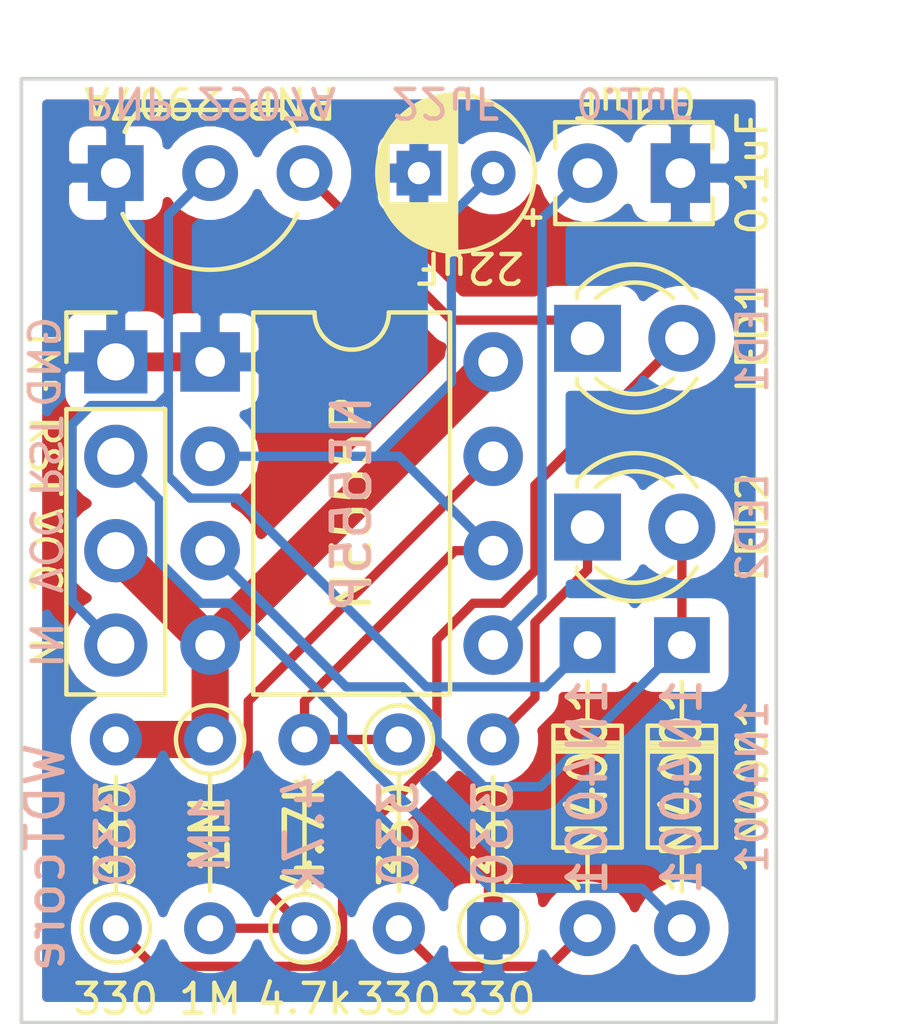
<source format=kicad_pcb>
(kicad_pcb (version 20171130) (host pcbnew "(5.1.12)-1")

  (general
    (thickness 1.6)
    (drawings 10)
    (tracks 74)
    (zones 0)
    (modules 14)
    (nets 13)
  )

  (page A4)
  (layers
    (0 F.Cu signal)
    (31 B.Cu signal)
    (32 B.Adhes user)
    (33 F.Adhes user)
    (34 B.Paste user)
    (35 F.Paste user)
    (36 B.SilkS user)
    (37 F.SilkS user)
    (38 B.Mask user)
    (39 F.Mask user)
    (40 Dwgs.User user)
    (41 Cmts.User user)
    (42 Eco1.User user)
    (43 Eco2.User user)
    (44 Edge.Cuts user)
    (45 Margin user)
    (46 B.CrtYd user)
    (47 F.CrtYd user)
    (48 B.Fab user)
    (49 F.Fab user)
  )

  (setup
    (last_trace_width 0.25)
    (user_trace_width 1)
    (trace_clearance 0.2)
    (zone_clearance 0.508)
    (zone_45_only no)
    (trace_min 0.2)
    (via_size 0.8)
    (via_drill 0.4)
    (via_min_size 0.4)
    (via_min_drill 0.3)
    (uvia_size 0.3)
    (uvia_drill 0.1)
    (uvias_allowed no)
    (uvia_min_size 0.2)
    (uvia_min_drill 0.1)
    (edge_width 0.05)
    (segment_width 0.2)
    (pcb_text_width 0.3)
    (pcb_text_size 1.5 1.5)
    (mod_edge_width 0.12)
    (mod_text_size 1 1)
    (mod_text_width 0.15)
    (pad_size 1.6 1.6)
    (pad_drill 0.8)
    (pad_to_mask_clearance 0)
    (aux_axis_origin 127 114.3)
    (visible_elements FFFFFF7F)
    (pcbplotparams
      (layerselection 0x010f0_ffffffff)
      (usegerberextensions true)
      (usegerberattributes true)
      (usegerberadvancedattributes true)
      (creategerberjobfile true)
      (excludeedgelayer true)
      (linewidth 0.100000)
      (plotframeref false)
      (viasonmask false)
      (mode 1)
      (useauxorigin false)
      (hpglpennumber 1)
      (hpglpenspeed 20)
      (hpglpendiameter 15.000000)
      (psnegative false)
      (psa4output false)
      (plotreference true)
      (plotvalue true)
      (plotinvisibletext false)
      (padsonsilk false)
      (subtractmaskfromsilk false)
      (outputformat 1)
      (mirror false)
      (drillshape 0)
      (scaleselection 1)
      (outputdirectory ""))
  )

  (net 0 "")
  (net 1 GND)
  (net 2 "Net-(C1-Pad1)")
  (net 3 "Net-(C2-Pad1)")
  (net 4 "Net-(D1-Pad2)")
  (net 5 "Net-(D1-Pad1)")
  (net 6 "Net-(D2-Pad2)")
  (net 7 "Net-(D2-Pad1)")
  (net 8 "Net-(D3-Pad2)")
  (net 9 "Net-(D3-Pad1)")
  (net 10 "Net-(D4-Pad2)")
  (net 11 VCC)
  (net 12 "Net-(R4-Pad2)")

  (net_class Default "This is the default net class."
    (clearance 0.2)
    (trace_width 0.25)
    (via_dia 0.8)
    (via_drill 0.4)
    (uvia_dia 0.3)
    (uvia_drill 0.1)
    (add_net GND)
    (add_net "Net-(C1-Pad1)")
    (add_net "Net-(C2-Pad1)")
    (add_net "Net-(D1-Pad1)")
    (add_net "Net-(D1-Pad2)")
    (add_net "Net-(D2-Pad1)")
    (add_net "Net-(D2-Pad2)")
    (add_net "Net-(D3-Pad1)")
    (add_net "Net-(D3-Pad2)")
    (add_net "Net-(D4-Pad2)")
    (add_net "Net-(R4-Pad2)")
    (add_net VCC)
  )

  (module Capacitor_THT:C_Rect_L4.0mm_W2.5mm_P2.50mm (layer F.Cu) (tedit 6274A828) (tstamp 6275161A)
    (at 142.24 91.44)
    (descr "C, Rect series, Radial, pin pitch=2.50mm, , length*width=4*2.5mm^2, Capacitor")
    (tags "C Rect series Radial pin pitch 2.50mm  length 4mm width 2.5mm Capacitor")
    (path /6274D636)
    (fp_text reference 0.1uF (at 1.27 -1.905 180 unlocked) (layer F.SilkS)
      (effects (font (size 0.8 0.8) (thickness 0.12)))
    )
    (fp_text value 0.1uF (at 4.445 0 90) (layer F.SilkS)
      (effects (font (size 0.8 0.8) (thickness 0.12)))
    )
    (fp_text user %R (at 1.27 -1.905 180 unlocked) (layer B.SilkS)
      (effects (font (size 0.76 0.76) (thickness 0.114)) (justify mirror))
    )
    (fp_line (start -0.75 -1.25) (end -0.75 1.25) (layer F.Fab) (width 0.1))
    (fp_line (start -0.75 1.25) (end 3.25 1.25) (layer F.Fab) (width 0.1))
    (fp_line (start 3.25 1.25) (end 3.25 -1.25) (layer F.Fab) (width 0.1))
    (fp_line (start 3.25 -1.25) (end -0.75 -1.25) (layer F.Fab) (width 0.1))
    (fp_line (start -0.87 -1.37) (end 3.37 -1.37) (layer F.SilkS) (width 0.12))
    (fp_line (start -0.87 1.37) (end 3.37 1.37) (layer F.SilkS) (width 0.12))
    (fp_line (start -0.87 -1.37) (end -0.87 -0.665) (layer F.SilkS) (width 0.12))
    (fp_line (start -0.87 0.665) (end -0.87 1.37) (layer F.SilkS) (width 0.12))
    (fp_line (start 3.37 -1.37) (end 3.37 -0.665) (layer F.SilkS) (width 0.12))
    (fp_line (start 3.37 0.665) (end 3.37 1.37) (layer F.SilkS) (width 0.12))
    (fp_line (start -1.05 -1.5) (end -1.05 1.5) (layer F.CrtYd) (width 0.05))
    (fp_line (start -1.05 1.5) (end 3.55 1.5) (layer F.CrtYd) (width 0.05))
    (fp_line (start 3.55 1.5) (end 3.55 -1.5) (layer F.CrtYd) (width 0.05))
    (fp_line (start 3.55 -1.5) (end -1.05 -1.5) (layer F.CrtYd) (width 0.05))
    (pad 2 thru_hole rect (at 2.5 0) (size 1.6 1.6) (drill 0.8) (layers *.Cu *.Mask)
      (net 1 GND))
    (pad 1 thru_hole circle (at 0 0) (size 1.6 1.6) (drill 0.8) (layers *.Cu *.Mask)
      (net 3 "Net-(C2-Pad1)"))
    (model ${KISYS3DMOD}/Capacitor_THT.3dshapes/C_Rect_L4.0mm_W2.5mm_P2.50mm.wrl
      (at (xyz 0 0 0))
      (scale (xyz 1 1 1))
      (rotate (xyz 0 0 0))
    )
  )

  (module Resistor_THT:R_Axial_DIN0204_L3.6mm_D1.6mm_P5.08mm_Vertical (layer F.Cu) (tedit 5AE5139B) (tstamp 627516F7)
    (at 134.62 111.76 90)
    (descr "Resistor, Axial_DIN0204 series, Axial, Vertical, pin pitch=5.08mm, 0.167W, length*diameter=3.6*1.6mm^2, http://cdn-reichelt.de/documents/datenblatt/B400/1_4W%23YAG.pdf")
    (tags "Resistor Axial_DIN0204 series Axial Vertical pin pitch 5.08mm 0.167W length 3.6mm diameter 1.6mm")
    (path /62749C17)
    (fp_text reference 4.7k (at 2.54 0 90) (layer F.SilkS)
      (effects (font (size 1 1) (thickness 0.15)))
    )
    (fp_text value 4.7k (at -1.905 0) (layer F.SilkS)
      (effects (font (size 0.8 0.8) (thickness 0.12)))
    )
    (fp_text user %R (at 2.54 0 90) (layer B.SilkS)
      (effects (font (size 1 1) (thickness 0.15)) (justify mirror))
    )
    (fp_circle (center 0 0) (end 0.8 0) (layer F.Fab) (width 0.1))
    (fp_circle (center 0 0) (end 0.92 0) (layer F.SilkS) (width 0.12))
    (fp_line (start 0 0) (end 5.08 0) (layer F.Fab) (width 0.1))
    (fp_line (start 0.92 0) (end 4.08 0) (layer F.SilkS) (width 0.12))
    (fp_line (start -1.05 -1.05) (end -1.05 1.05) (layer F.CrtYd) (width 0.05))
    (fp_line (start -1.05 1.05) (end 6.03 1.05) (layer F.CrtYd) (width 0.05))
    (fp_line (start 6.03 1.05) (end 6.03 -1.05) (layer F.CrtYd) (width 0.05))
    (fp_line (start 6.03 -1.05) (end -1.05 -1.05) (layer F.CrtYd) (width 0.05))
    (pad 2 thru_hole oval (at 5.08 0 90) (size 1.4 1.4) (drill 0.7) (layers *.Cu *.Mask)
      (net 2 "Net-(C1-Pad1)"))
    (pad 1 thru_hole circle (at 0 0 90) (size 1.4 1.4) (drill 0.7) (layers *.Cu *.Mask)
      (net 12 "Net-(R4-Pad2)"))
    (model ${KISYS3DMOD}/Resistor_THT.3dshapes/R_Axial_DIN0204_L3.6mm_D1.6mm_P5.08mm_Vertical.wrl
      (at (xyz 0 0 0))
      (scale (xyz 1 1 1))
      (rotate (xyz 0 0 0))
    )
  )

  (module Diode_THT:D_DO-34_SOD68_P7.62mm_Horizontal (layer F.Cu) (tedit 5AE50CD5) (tstamp 62751680)
    (at 144.78 104.14 270)
    (descr "Diode, DO-34_SOD68 series, Axial, Horizontal, pin pitch=7.62mm, , length*diameter=3.04*1.6mm^2, , https://www.nxp.com/docs/en/data-sheet/KTY83_SER.pdf")
    (tags "Diode DO-34_SOD68 series Axial Horizontal pin pitch 7.62mm  length 3.04mm diameter 1.6mm")
    (path /6274C350)
    (fp_text reference 1N4001 (at 3.81 0 90) (layer F.SilkS)
      (effects (font (size 1 1) (thickness 0.15)))
    )
    (fp_text value 1N4001 (at 3.81 -1.905 90) (layer F.SilkS)
      (effects (font (size 0.8 0.8) (thickness 0.12)))
    )
    (fp_text user K (at 0 -4.445 90) (layer F.SilkS) hide
      (effects (font (size 1 1) (thickness 0.15)))
    )
    (fp_text user K (at -0.635 -4.445 90) (layer F.Fab)
      (effects (font (size 1 1) (thickness 0.15)))
    )
    (fp_text user %R (at 3.81 0 90) (layer B.SilkS)
      (effects (font (size 1 1) (thickness 0.15)) (justify mirror))
    )
    (fp_line (start 2.29 -0.8) (end 2.29 0.8) (layer F.Fab) (width 0.1))
    (fp_line (start 2.29 0.8) (end 5.33 0.8) (layer F.Fab) (width 0.1))
    (fp_line (start 5.33 0.8) (end 5.33 -0.8) (layer F.Fab) (width 0.1))
    (fp_line (start 5.33 -0.8) (end 2.29 -0.8) (layer F.Fab) (width 0.1))
    (fp_line (start 0 0) (end 2.29 0) (layer F.Fab) (width 0.1))
    (fp_line (start 7.62 0) (end 5.33 0) (layer F.Fab) (width 0.1))
    (fp_line (start 2.746 -0.8) (end 2.746 0.8) (layer F.Fab) (width 0.1))
    (fp_line (start 2.846 -0.8) (end 2.846 0.8) (layer F.Fab) (width 0.1))
    (fp_line (start 2.646 -0.8) (end 2.646 0.8) (layer F.Fab) (width 0.1))
    (fp_line (start 2.17 -0.92) (end 2.17 0.92) (layer F.SilkS) (width 0.12))
    (fp_line (start 2.17 0.92) (end 5.45 0.92) (layer F.SilkS) (width 0.12))
    (fp_line (start 5.45 0.92) (end 5.45 -0.92) (layer F.SilkS) (width 0.12))
    (fp_line (start 5.45 -0.92) (end 2.17 -0.92) (layer F.SilkS) (width 0.12))
    (fp_line (start 0.99 0) (end 2.17 0) (layer F.SilkS) (width 0.12))
    (fp_line (start 6.63 0) (end 5.45 0) (layer F.SilkS) (width 0.12))
    (fp_line (start 2.746 -0.92) (end 2.746 0.92) (layer F.SilkS) (width 0.12))
    (fp_line (start 2.866 -0.92) (end 2.866 0.92) (layer F.SilkS) (width 0.12))
    (fp_line (start 2.626 -0.92) (end 2.626 0.92) (layer F.SilkS) (width 0.12))
    (fp_line (start -1 -1.05) (end -1 1.05) (layer F.CrtYd) (width 0.05))
    (fp_line (start -1 1.05) (end 8.63 1.05) (layer F.CrtYd) (width 0.05))
    (fp_line (start 8.63 1.05) (end 8.63 -1.05) (layer F.CrtYd) (width 0.05))
    (fp_line (start 8.63 -1.05) (end -1 -1.05) (layer F.CrtYd) (width 0.05))
    (pad 2 thru_hole oval (at 7.62 0 270) (size 1.5 1.5) (drill 0.75) (layers *.Cu *.Mask)
      (net 10 "Net-(D4-Pad2)"))
    (pad 1 thru_hole rect (at 0 0 270) (size 1.5 1.5) (drill 0.75) (layers *.Cu *.Mask)
      (net 6 "Net-(D2-Pad2)"))
    (model ${KISYS3DMOD}/Diode_THT.3dshapes/D_DO-34_SOD68_P7.62mm_Horizontal.wrl
      (at (xyz 0 0 0))
      (scale (xyz 1 1 1))
      (rotate (xyz 0 0 0))
    )
  )

  (module Diode_THT:D_DO-34_SOD68_P7.62mm_Horizontal (layer F.Cu) (tedit 5AE50CD5) (tstamp 62751661)
    (at 142.24 104.14 270)
    (descr "Diode, DO-34_SOD68 series, Axial, Horizontal, pin pitch=7.62mm, , length*diameter=3.04*1.6mm^2, , https://www.nxp.com/docs/en/data-sheet/KTY83_SER.pdf")
    (tags "Diode DO-34_SOD68 series Axial Horizontal pin pitch 7.62mm  length 3.04mm diameter 1.6mm")
    (path /6274BA48)
    (fp_text reference 1N4001 (at 3.81 0 90) (layer F.SilkS)
      (effects (font (size 1 1) (thickness 0.15)))
    )
    (fp_text value 1N4001 (at 3.81 -4.445 90) (layer B.SilkS)
      (effects (font (size 0.8 0.8) (thickness 0.12)) (justify mirror))
    )
    (fp_text user K (at 2.54 -6.985 90) (layer F.SilkS) hide
      (effects (font (size 1 1) (thickness 0.15)))
    )
    (fp_text user K (at 1.27 -6.985 90) (layer F.Fab)
      (effects (font (size 1 1) (thickness 0.15)))
    )
    (fp_text user %R (at 3.81 0 90) (layer B.SilkS)
      (effects (font (size 1 1) (thickness 0.15)) (justify mirror))
    )
    (fp_line (start 2.29 -0.8) (end 2.29 0.8) (layer F.Fab) (width 0.1))
    (fp_line (start 2.29 0.8) (end 5.33 0.8) (layer F.Fab) (width 0.1))
    (fp_line (start 5.33 0.8) (end 5.33 -0.8) (layer F.Fab) (width 0.1))
    (fp_line (start 5.33 -0.8) (end 2.29 -0.8) (layer F.Fab) (width 0.1))
    (fp_line (start 0 0) (end 2.29 0) (layer F.Fab) (width 0.1))
    (fp_line (start 7.62 0) (end 5.33 0) (layer F.Fab) (width 0.1))
    (fp_line (start 2.746 -0.8) (end 2.746 0.8) (layer F.Fab) (width 0.1))
    (fp_line (start 2.846 -0.8) (end 2.846 0.8) (layer F.Fab) (width 0.1))
    (fp_line (start 2.646 -0.8) (end 2.646 0.8) (layer F.Fab) (width 0.1))
    (fp_line (start 2.17 -0.92) (end 2.17 0.92) (layer F.SilkS) (width 0.12))
    (fp_line (start 2.17 0.92) (end 5.45 0.92) (layer F.SilkS) (width 0.12))
    (fp_line (start 5.45 0.92) (end 5.45 -0.92) (layer F.SilkS) (width 0.12))
    (fp_line (start 5.45 -0.92) (end 2.17 -0.92) (layer F.SilkS) (width 0.12))
    (fp_line (start 0.99 0) (end 2.17 0) (layer F.SilkS) (width 0.12))
    (fp_line (start 6.63 0) (end 5.45 0) (layer F.SilkS) (width 0.12))
    (fp_line (start 2.746 -0.92) (end 2.746 0.92) (layer F.SilkS) (width 0.12))
    (fp_line (start 2.866 -0.92) (end 2.866 0.92) (layer F.SilkS) (width 0.12))
    (fp_line (start 2.626 -0.92) (end 2.626 0.92) (layer F.SilkS) (width 0.12))
    (fp_line (start -1 -1.05) (end -1 1.05) (layer F.CrtYd) (width 0.05))
    (fp_line (start -1 1.05) (end 8.63 1.05) (layer F.CrtYd) (width 0.05))
    (fp_line (start 8.63 1.05) (end 8.63 -1.05) (layer F.CrtYd) (width 0.05))
    (fp_line (start 8.63 -1.05) (end -1 -1.05) (layer F.CrtYd) (width 0.05))
    (pad 2 thru_hole oval (at 7.62 0 270) (size 1.5 1.5) (drill 0.75) (layers *.Cu *.Mask)
      (net 8 "Net-(D3-Pad2)"))
    (pad 1 thru_hole rect (at 0 0 270) (size 1.5 1.5) (drill 0.75) (layers *.Cu *.Mask)
      (net 9 "Net-(D3-Pad1)"))
    (model ${KISYS3DMOD}/Diode_THT.3dshapes/D_DO-34_SOD68_P7.62mm_Horizontal.wrl
      (at (xyz 0 0 0))
      (scale (xyz 1 1 1))
      (rotate (xyz 0 0 0))
    )
  )

  (module Package_DIP:DIP-8_W7.62mm (layer F.Cu) (tedit 5A02E8C5) (tstamp 62751713)
    (at 132.08 96.52)
    (descr "8-lead though-hole mounted DIP package, row spacing 7.62 mm (300 mils)")
    (tags "THT DIP DIL PDIP 2.54mm 7.62mm 300mil")
    (path /62748615)
    (fp_text reference NE555P (at 3.81 3.81 -90) (layer F.SilkS)
      (effects (font (size 1 1) (thickness 0.15)))
    )
    (fp_text value WDTcore (at -4.445 13.335 -90) (layer B.SilkS)
      (effects (font (size 1 1) (thickness 0.15)) (justify mirror))
    )
    (fp_text user %R (at 3.81 3.81 -90) (layer B.SilkS)
      (effects (font (size 1 1) (thickness 0.15)) (justify mirror))
    )
    (fp_arc (start 3.81 -1.33) (end 2.81 -1.33) (angle -180) (layer F.SilkS) (width 0.12))
    (fp_line (start 1.635 -1.27) (end 6.985 -1.27) (layer F.Fab) (width 0.1))
    (fp_line (start 6.985 -1.27) (end 6.985 8.89) (layer F.Fab) (width 0.1))
    (fp_line (start 6.985 8.89) (end 0.635 8.89) (layer F.Fab) (width 0.1))
    (fp_line (start 0.635 8.89) (end 0.635 -0.27) (layer F.Fab) (width 0.1))
    (fp_line (start 0.635 -0.27) (end 1.635 -1.27) (layer F.Fab) (width 0.1))
    (fp_line (start 2.81 -1.33) (end 1.16 -1.33) (layer F.SilkS) (width 0.12))
    (fp_line (start 1.16 -1.33) (end 1.16 8.95) (layer F.SilkS) (width 0.12))
    (fp_line (start 1.16 8.95) (end 6.46 8.95) (layer F.SilkS) (width 0.12))
    (fp_line (start 6.46 8.95) (end 6.46 -1.33) (layer F.SilkS) (width 0.12))
    (fp_line (start 6.46 -1.33) (end 4.81 -1.33) (layer F.SilkS) (width 0.12))
    (fp_line (start -1.1 -1.55) (end -1.1 9.15) (layer F.CrtYd) (width 0.05))
    (fp_line (start -1.1 9.15) (end 8.7 9.15) (layer F.CrtYd) (width 0.05))
    (fp_line (start 8.7 9.15) (end 8.7 -1.55) (layer F.CrtYd) (width 0.05))
    (fp_line (start 8.7 -1.55) (end -1.1 -1.55) (layer F.CrtYd) (width 0.05))
    (pad 8 thru_hole oval (at 7.62 0) (size 1.6 1.6) (drill 0.8) (layers *.Cu *.Mask)
      (net 11 VCC))
    (pad 4 thru_hole oval (at 0 7.62) (size 1.6 1.6) (drill 0.8) (layers *.Cu *.Mask)
      (net 11 VCC))
    (pad 7 thru_hole oval (at 7.62 2.54) (size 1.6 1.6) (drill 0.8) (layers *.Cu *.Mask)
      (net 12 "Net-(R4-Pad2)"))
    (pad 3 thru_hole oval (at 0 5.08) (size 1.6 1.6) (drill 0.8) (layers *.Cu *.Mask)
      (net 6 "Net-(D2-Pad2)"))
    (pad 6 thru_hole oval (at 7.62 5.08) (size 1.6 1.6) (drill 0.8) (layers *.Cu *.Mask)
      (net 2 "Net-(C1-Pad1)"))
    (pad 2 thru_hole oval (at 0 2.54) (size 1.6 1.6) (drill 0.8) (layers *.Cu *.Mask)
      (net 2 "Net-(C1-Pad1)"))
    (pad 5 thru_hole oval (at 7.62 7.62) (size 1.6 1.6) (drill 0.8) (layers *.Cu *.Mask)
      (net 3 "Net-(C2-Pad1)"))
    (pad 1 thru_hole rect (at 0 0) (size 1.6 1.6) (drill 0.8) (layers *.Cu *.Mask)
      (net 1 GND))
    (model ${KISYS3DMOD}/Package_DIP.3dshapes/DIP-8_W7.62mm.wrl
      (at (xyz 0 0 0))
      (scale (xyz 1 1 1))
      (rotate (xyz 0 0 0))
    )
  )

  (module Resistor_THT:R_Axial_DIN0204_L3.6mm_D1.6mm_P5.08mm_Vertical (layer F.Cu) (tedit 5AE5139B) (tstamp 627516E8)
    (at 132.08 106.68 270)
    (descr "Resistor, Axial_DIN0204 series, Axial, Vertical, pin pitch=5.08mm, 0.167W, length*diameter=3.6*1.6mm^2, http://cdn-reichelt.de/documents/datenblatt/B400/1_4W%23YAG.pdf")
    (tags "Resistor Axial_DIN0204 series Axial Vertical pin pitch 5.08mm 0.167W length 3.6mm diameter 1.6mm")
    (path /62749351)
    (fp_text reference 1M (at 2.54 0 90) (layer F.SilkS)
      (effects (font (size 1 1) (thickness 0.15)))
    )
    (fp_text value 1M (at 6.985 0) (layer F.SilkS)
      (effects (font (size 0.8 0.8) (thickness 0.12)))
    )
    (fp_text user %R (at 2.54 0 90) (layer B.SilkS)
      (effects (font (size 1 1) (thickness 0.15)) (justify mirror))
    )
    (fp_circle (center 0 0) (end 0.8 0) (layer F.Fab) (width 0.1))
    (fp_circle (center 0 0) (end 0.92 0) (layer F.SilkS) (width 0.12))
    (fp_line (start 0 0) (end 5.08 0) (layer F.Fab) (width 0.1))
    (fp_line (start 0.92 0) (end 4.08 0) (layer F.SilkS) (width 0.12))
    (fp_line (start -1.05 -1.05) (end -1.05 1.05) (layer F.CrtYd) (width 0.05))
    (fp_line (start -1.05 1.05) (end 6.03 1.05) (layer F.CrtYd) (width 0.05))
    (fp_line (start 6.03 1.05) (end 6.03 -1.05) (layer F.CrtYd) (width 0.05))
    (fp_line (start 6.03 -1.05) (end -1.05 -1.05) (layer F.CrtYd) (width 0.05))
    (pad 2 thru_hole oval (at 5.08 0 270) (size 1.4 1.4) (drill 0.7) (layers *.Cu *.Mask)
      (net 12 "Net-(R4-Pad2)"))
    (pad 1 thru_hole circle (at 0 0 270) (size 1.4 1.4) (drill 0.7) (layers *.Cu *.Mask)
      (net 11 VCC))
    (model ${KISYS3DMOD}/Resistor_THT.3dshapes/R_Axial_DIN0204_L3.6mm_D1.6mm_P5.08mm_Vertical.wrl
      (at (xyz 0 0 0))
      (scale (xyz 1 1 1))
      (rotate (xyz 0 0 0))
    )
  )

  (module Resistor_THT:R_Axial_DIN0204_L3.6mm_D1.6mm_P5.08mm_Vertical (layer F.Cu) (tedit 5AE5139B) (tstamp 627516D9)
    (at 129.54 111.76 90)
    (descr "Resistor, Axial_DIN0204 series, Axial, Vertical, pin pitch=5.08mm, 0.167W, length*diameter=3.6*1.6mm^2, http://cdn-reichelt.de/documents/datenblatt/B400/1_4W%23YAG.pdf")
    (tags "Resistor Axial_DIN0204 series Axial Vertical pin pitch 5.08mm 0.167W length 3.6mm diameter 1.6mm")
    (path /6274A2FD)
    (fp_text reference 330 (at 2.54 0 90) (layer F.SilkS)
      (effects (font (size 1 1) (thickness 0.15)))
    )
    (fp_text value 330 (at -1.905 0) (layer F.SilkS)
      (effects (font (size 0.8 0.8) (thickness 0.12)))
    )
    (fp_text user %R (at 2.54 0 90) (layer B.SilkS)
      (effects (font (size 1 1) (thickness 0.15)) (justify mirror))
    )
    (fp_circle (center 0 0) (end 0.8 0) (layer F.Fab) (width 0.1))
    (fp_circle (center 0 0) (end 0.92 0) (layer F.SilkS) (width 0.12))
    (fp_line (start 0 0) (end 5.08 0) (layer F.Fab) (width 0.1))
    (fp_line (start 0.92 0) (end 4.08 0) (layer F.SilkS) (width 0.12))
    (fp_line (start -1.05 -1.05) (end -1.05 1.05) (layer F.CrtYd) (width 0.05))
    (fp_line (start -1.05 1.05) (end 6.03 1.05) (layer F.CrtYd) (width 0.05))
    (fp_line (start 6.03 1.05) (end 6.03 -1.05) (layer F.CrtYd) (width 0.05))
    (fp_line (start 6.03 -1.05) (end -1.05 -1.05) (layer F.CrtYd) (width 0.05))
    (pad 2 thru_hole oval (at 5.08 0 90) (size 1.4 1.4) (drill 0.7) (layers *.Cu *.Mask)
      (net 11 VCC))
    (pad 1 thru_hole circle (at 0 0 90) (size 1.4 1.4) (drill 0.7) (layers *.Cu *.Mask)
      (net 4 "Net-(D1-Pad2)"))
    (model ${KISYS3DMOD}/Resistor_THT.3dshapes/R_Axial_DIN0204_L3.6mm_D1.6mm_P5.08mm_Vertical.wrl
      (at (xyz 0 0 0))
      (scale (xyz 1 1 1))
      (rotate (xyz 0 0 0))
    )
  )

  (module Resistor_THT:R_Axial_DIN0204_L3.6mm_D1.6mm_P5.08mm_Vertical (layer F.Cu) (tedit 5AE5139B) (tstamp 627516CA)
    (at 137.16 106.68 270)
    (descr "Resistor, Axial_DIN0204 series, Axial, Vertical, pin pitch=5.08mm, 0.167W, length*diameter=3.6*1.6mm^2, http://cdn-reichelt.de/documents/datenblatt/B400/1_4W%23YAG.pdf")
    (tags "Resistor Axial_DIN0204 series Axial Vertical pin pitch 5.08mm 0.167W length 3.6mm diameter 1.6mm")
    (path /62749F75)
    (fp_text reference 330 (at 2.54 0 90) (layer F.SilkS)
      (effects (font (size 1 1) (thickness 0.15)))
    )
    (fp_text value 330 (at 6.985 0) (layer F.SilkS)
      (effects (font (size 0.8 0.8) (thickness 0.12)))
    )
    (fp_text user %R (at 2.54 0 90) (layer B.SilkS)
      (effects (font (size 1 1) (thickness 0.15)) (justify mirror))
    )
    (fp_circle (center 0 0) (end 0.8 0) (layer F.Fab) (width 0.1))
    (fp_circle (center 0 0) (end 0.92 0) (layer F.SilkS) (width 0.12))
    (fp_line (start 0 0) (end 5.08 0) (layer F.Fab) (width 0.1))
    (fp_line (start 0.92 0) (end 4.08 0) (layer F.SilkS) (width 0.12))
    (fp_line (start -1.05 -1.05) (end -1.05 1.05) (layer F.CrtYd) (width 0.05))
    (fp_line (start -1.05 1.05) (end 6.03 1.05) (layer F.CrtYd) (width 0.05))
    (fp_line (start 6.03 1.05) (end 6.03 -1.05) (layer F.CrtYd) (width 0.05))
    (fp_line (start 6.03 -1.05) (end -1.05 -1.05) (layer F.CrtYd) (width 0.05))
    (pad 2 thru_hole oval (at 5.08 0 270) (size 1.4 1.4) (drill 0.7) (layers *.Cu *.Mask)
      (net 8 "Net-(D3-Pad2)"))
    (pad 1 thru_hole circle (at 0 0 270) (size 1.4 1.4) (drill 0.7) (layers *.Cu *.Mask)
      (net 2 "Net-(C1-Pad1)"))
    (model ${KISYS3DMOD}/Resistor_THT.3dshapes/R_Axial_DIN0204_L3.6mm_D1.6mm_P5.08mm_Vertical.wrl
      (at (xyz 0 0 0))
      (scale (xyz 1 1 1))
      (rotate (xyz 0 0 0))
    )
  )

  (module Resistor_THT:R_Axial_DIN0204_L3.6mm_D1.6mm_P5.08mm_Vertical (layer F.Cu) (tedit 627496A2) (tstamp 627516BB)
    (at 139.7 111.76 90)
    (descr "Resistor, Axial_DIN0204 series, Axial, Vertical, pin pitch=5.08mm, 0.167W, length*diameter=3.6*1.6mm^2, http://cdn-reichelt.de/documents/datenblatt/B400/1_4W%23YAG.pdf")
    (tags "Resistor Axial_DIN0204 series Axial Vertical pin pitch 5.08mm 0.167W length 3.6mm diameter 1.6mm")
    (path /6276610D)
    (fp_text reference 330 (at 2.54 0 90) (layer F.SilkS)
      (effects (font (size 1 1) (thickness 0.15)))
    )
    (fp_text value 330 (at -1.905 0) (layer F.SilkS)
      (effects (font (size 0.8 0.8) (thickness 0.12)))
    )
    (fp_text user %R (at 2.54 0 90) (layer B.SilkS)
      (effects (font (size 1 1) (thickness 0.15)) (justify mirror))
    )
    (fp_circle (center 0 0) (end 0.8 0) (layer F.Fab) (width 0.1))
    (fp_circle (center 0 0) (end 0.92 0) (layer F.SilkS) (width 0.12))
    (fp_line (start 0 0) (end 5.08 0) (layer F.Fab) (width 0.1))
    (fp_line (start 0.92 0) (end 4.08 0) (layer F.SilkS) (width 0.12))
    (fp_line (start -1.05 -1.05) (end -1.05 1.05) (layer F.CrtYd) (width 0.05))
    (fp_line (start -1.05 1.05) (end 6.03 1.05) (layer F.CrtYd) (width 0.05))
    (fp_line (start 6.03 1.05) (end 6.03 -1.05) (layer F.CrtYd) (width 0.05))
    (fp_line (start 6.03 -1.05) (end -1.05 -1.05) (layer F.CrtYd) (width 0.05))
    (pad 2 thru_hole oval (at 5.08 0 90) (size 1.4 1.4) (drill 0.7) (layers *.Cu *.Mask)
      (net 7 "Net-(D2-Pad1)"))
    (pad 1 thru_hole rect (at 0 0 90) (size 1.4 1.4) (drill 0.7) (layers *.Cu *.Mask)
      (net 1 GND))
    (model ${KISYS3DMOD}/Resistor_THT.3dshapes/R_Axial_DIN0204_L3.6mm_D1.6mm_P5.08mm_Vertical.wrl
      (at (xyz 0 0 0))
      (scale (xyz 1 1 1))
      (rotate (xyz 0 0 0))
    )
  )

  (module Package_TO_SOT_THT:TO-92L_Inline_Wide (layer F.Cu) (tedit 62749711) (tstamp 627516AC)
    (at 134.62 91.44 180)
    (descr "TO-92L leads in-line (large body variant of TO-92), also known as TO-226, wide, drill 0.75mm (see https://www.diodes.com/assets/Package-Files/TO92L.pdf and http://www.ti.com/lit/an/snoa059/snoa059.pdf)")
    (tags "TO-92L Inline Wide transistor")
    (path /6274DE19)
    (fp_text reference "PNP 2907A" (at 2.54 1.905 180 unlocked) (layer F.SilkS)
      (effects (font (size 0.8 0.8) (thickness 0.12)))
    )
    (fp_text value Q_PNP_EBC (at 3.81 3.81) (layer F.Fab)
      (effects (font (size 1 1) (thickness 0.15)))
    )
    (fp_arc (start 2.54 0) (end 4.45 1.7) (angle -15.88591585) (layer F.SilkS) (width 0.12))
    (fp_arc (start 2.54 0) (end 2.54 -2.48) (angle -130.2499344) (layer F.Fab) (width 0.1))
    (fp_arc (start 2.54 0) (end 2.54 -2.48) (angle 129.9527847) (layer F.Fab) (width 0.1))
    (fp_arc (start 2.54 0) (end 2.54 -2.6) (angle 65) (layer F.SilkS) (width 0.12))
    (fp_arc (start 2.54 0) (end 2.54 -2.6) (angle -65) (layer F.SilkS) (width 0.12))
    (fp_arc (start 2.54 0) (end 0.6 1.7) (angle 15.44288892) (layer F.SilkS) (width 0.12))
    (fp_text user %R (at 2.54 1.905 180 unlocked) (layer B.SilkS)
      (effects (font (size 0.8 0.8) (thickness 0.12)) (justify mirror))
    )
    (fp_line (start 0.6 1.7) (end 4.45 1.7) (layer F.SilkS) (width 0.12))
    (fp_line (start 0.65 1.6) (end 4.4 1.6) (layer F.Fab) (width 0.1))
    (fp_line (start -1 -2.75) (end 6.1 -2.75) (layer F.CrtYd) (width 0.05))
    (fp_line (start -1 -2.75) (end -1 1.85) (layer F.CrtYd) (width 0.05))
    (fp_line (start 6.1 1.85) (end 6.1 -2.75) (layer F.CrtYd) (width 0.05))
    (fp_line (start 6.1 1.85) (end -1 1.85) (layer F.CrtYd) (width 0.05))
    (pad 1 thru_hole circle (at 0 0 180) (size 1.5 1.5) (drill 0.8) (layers *.Cu *.Mask)
      (net 5 "Net-(D1-Pad1)"))
    (pad 3 thru_hole rect (at 5.08 0 180) (size 1.5 1.5) (drill 0.8) (layers *.Cu *.Mask)
      (net 1 GND))
    (pad 2 thru_hole circle (at 2.54 0 180) (size 1.5 1.5) (drill 0.8) (layers *.Cu *.Mask)
      (net 9 "Net-(D3-Pad1)"))
    (model ${KISYS3DMOD}/Package_TO_SOT_THT.3dshapes/TO-92L_Inline_Wide.wrl
      (at (xyz 0 0 0))
      (scale (xyz 1 1 1))
      (rotate (xyz 0 0 0))
    )
  )

  (module Connector_PinHeader_2.54mm:PinHeader_1x04_P2.54mm_Vertical (layer F.Cu) (tedit 59FED5CC) (tstamp 62751698)
    (at 129.54 96.52)
    (descr "Through hole straight pin header, 1x04, 2.54mm pitch, single row")
    (tags "Through hole pin header THT 1x04 2.54mm single row")
    (path /6274E571)
    (fp_text reference GND (at -1.905 0 -90) (layer F.SilkS)
      (effects (font (size 0.8 0.8) (thickness 0.12)))
    )
    (fp_text value WDTcore (at -1.905 13.335 -90) (layer F.Fab)
      (effects (font (size 1 1) (thickness 0.15)))
    )
    (fp_text user %R (at -1.905 0 -90) (layer B.SilkS)
      (effects (font (size 0.8 0.8) (thickness 0.12)) (justify mirror))
    )
    (fp_line (start -0.635 -1.27) (end 1.27 -1.27) (layer F.Fab) (width 0.1))
    (fp_line (start 1.27 -1.27) (end 1.27 8.89) (layer F.Fab) (width 0.1))
    (fp_line (start 1.27 8.89) (end -1.27 8.89) (layer F.Fab) (width 0.1))
    (fp_line (start -1.27 8.89) (end -1.27 -0.635) (layer F.Fab) (width 0.1))
    (fp_line (start -1.27 -0.635) (end -0.635 -1.27) (layer F.Fab) (width 0.1))
    (fp_line (start -1.33 8.95) (end 1.33 8.95) (layer F.SilkS) (width 0.12))
    (fp_line (start -1.33 1.27) (end -1.33 8.95) (layer F.SilkS) (width 0.12))
    (fp_line (start 1.33 1.27) (end 1.33 8.95) (layer F.SilkS) (width 0.12))
    (fp_line (start -1.33 1.27) (end 1.33 1.27) (layer F.SilkS) (width 0.12))
    (fp_line (start -1.33 0) (end -1.33 -1.33) (layer F.SilkS) (width 0.12))
    (fp_line (start -1.33 -1.33) (end 0 -1.33) (layer F.SilkS) (width 0.12))
    (fp_line (start -1.8 -1.8) (end -1.8 9.4) (layer F.CrtYd) (width 0.05))
    (fp_line (start -1.8 9.4) (end 1.8 9.4) (layer F.CrtYd) (width 0.05))
    (fp_line (start 1.8 9.4) (end 1.8 -1.8) (layer F.CrtYd) (width 0.05))
    (fp_line (start 1.8 -1.8) (end -1.8 -1.8) (layer F.CrtYd) (width 0.05))
    (pad 4 thru_hole oval (at 0 7.62) (size 1.7 1.7) (drill 1) (layers *.Cu *.Mask)
      (net 9 "Net-(D3-Pad1)"))
    (pad 3 thru_hole oval (at 0 5.08) (size 1.7 1.7) (drill 1) (layers *.Cu *.Mask)
      (net 11 VCC))
    (pad 2 thru_hole oval (at 0 2.54) (size 1.7 1.7) (drill 1) (layers *.Cu *.Mask)
      (net 10 "Net-(D4-Pad2)"))
    (pad 1 thru_hole rect (at 0 0) (size 1.7 1.7) (drill 1) (layers *.Cu *.Mask)
      (net 1 GND))
    (model ${KISYS3DMOD}/Connector_PinHeader_2.54mm.3dshapes/PinHeader_1x04_P2.54mm_Vertical.wrl
      (at (xyz 0 0 0))
      (scale (xyz 1 1 1))
      (rotate (xyz 0 0 0))
    )
  )

  (module LED_THT:LED_D3.0mm_Clear (layer F.Cu) (tedit 5A6C9BC0) (tstamp 62751642)
    (at 142.24 100.965)
    (descr "IR-LED, diameter 3.0mm, 2 pins, color: clear")
    (tags "IR infrared LED diameter 3.0mm 2 pins clear")
    (path /6274B3DB)
    (fp_text reference LED2 (at 4.445 0 90) (layer F.SilkS)
      (effects (font (size 0.8 0.8) (thickness 0.12)))
    )
    (fp_text value LED (at 6.985 0) (layer F.Fab)
      (effects (font (size 1 1) (thickness 0.15)))
    )
    (fp_arc (start 1.27 0) (end 0.229039 1.08) (angle -87.9) (layer F.SilkS) (width 0.12))
    (fp_arc (start 1.27 0) (end 0.229039 -1.08) (angle 87.9) (layer F.SilkS) (width 0.12))
    (fp_arc (start 1.27 0) (end -0.29 1.235516) (angle -108.8) (layer F.SilkS) (width 0.12))
    (fp_arc (start 1.27 0) (end -0.29 -1.235516) (angle 108.8) (layer F.SilkS) (width 0.12))
    (fp_arc (start 1.27 0) (end -0.23 -1.16619) (angle 284.3) (layer F.Fab) (width 0.1))
    (fp_text user %R (at 4.445 0 90) (layer B.SilkS)
      (effects (font (size 0.8 0.8) (thickness 0.12)) (justify mirror))
    )
    (fp_line (start -0.23 -1.16619) (end -0.23 1.16619) (layer F.Fab) (width 0.1))
    (fp_line (start -0.29 -1.236) (end -0.29 -1.08) (layer F.SilkS) (width 0.12))
    (fp_line (start -0.29 1.08) (end -0.29 1.236) (layer F.SilkS) (width 0.12))
    (fp_line (start -1.15 -2.25) (end -1.15 2.25) (layer F.CrtYd) (width 0.05))
    (fp_line (start -1.15 2.25) (end 3.7 2.25) (layer F.CrtYd) (width 0.05))
    (fp_line (start 3.7 2.25) (end 3.7 -2.25) (layer F.CrtYd) (width 0.05))
    (fp_line (start 3.7 -2.25) (end -1.15 -2.25) (layer F.CrtYd) (width 0.05))
    (fp_circle (center 1.27 0) (end 2.77 0) (layer F.Fab) (width 0.1))
    (pad 2 thru_hole circle (at 2.54 0) (size 1.8 1.8) (drill 0.9) (layers *.Cu *.Mask)
      (net 6 "Net-(D2-Pad2)"))
    (pad 1 thru_hole rect (at 0 0) (size 1.8 1.8) (drill 0.9) (layers *.Cu *.Mask)
      (net 7 "Net-(D2-Pad1)"))
    (model ${KISYS3DMOD}/LED_THT.3dshapes/LED_D3.0mm_Clear.wrl
      (at (xyz 0 0 0))
      (scale (xyz 1 1 1))
      (rotate (xyz 0 0 0))
    )
  )

  (module LED_THT:LED_D3.0mm_Clear (layer F.Cu) (tedit 5A6C9BC0) (tstamp 6275162E)
    (at 142.24 95.885)
    (descr "IR-LED, diameter 3.0mm, 2 pins, color: clear")
    (tags "IR infrared LED diameter 3.0mm 2 pins clear")
    (path /6274A773)
    (fp_text reference LED1 (at 4.445 0 90) (layer F.SilkS)
      (effects (font (size 0.8 0.8) (thickness 0.12)))
    )
    (fp_text value LED (at 6.985 0) (layer F.Fab)
      (effects (font (size 1 1) (thickness 0.15)))
    )
    (fp_arc (start 1.27 0) (end 0.229039 1.08) (angle -87.9) (layer F.SilkS) (width 0.12))
    (fp_arc (start 1.27 0) (end 0.229039 -1.08) (angle 87.9) (layer F.SilkS) (width 0.12))
    (fp_arc (start 1.27 0) (end -0.29 1.235516) (angle -108.8) (layer F.SilkS) (width 0.12))
    (fp_arc (start 1.27 0) (end -0.29 -1.235516) (angle 108.8) (layer F.SilkS) (width 0.12))
    (fp_arc (start 1.27 0) (end -0.23 -1.16619) (angle 284.3) (layer F.Fab) (width 0.1))
    (fp_text user %R (at 4.445 0 90) (layer B.SilkS)
      (effects (font (size 0.8 0.8) (thickness 0.12)) (justify mirror))
    )
    (fp_line (start -0.23 -1.16619) (end -0.23 1.16619) (layer F.Fab) (width 0.1))
    (fp_line (start -0.29 -1.236) (end -0.29 -1.08) (layer F.SilkS) (width 0.12))
    (fp_line (start -0.29 1.08) (end -0.29 1.236) (layer F.SilkS) (width 0.12))
    (fp_line (start -1.15 -2.25) (end -1.15 2.25) (layer F.CrtYd) (width 0.05))
    (fp_line (start -1.15 2.25) (end 3.7 2.25) (layer F.CrtYd) (width 0.05))
    (fp_line (start 3.7 2.25) (end 3.7 -2.25) (layer F.CrtYd) (width 0.05))
    (fp_line (start 3.7 -2.25) (end -1.15 -2.25) (layer F.CrtYd) (width 0.05))
    (fp_circle (center 1.27 0) (end 2.77 0) (layer F.Fab) (width 0.1))
    (pad 2 thru_hole circle (at 2.54 0) (size 1.8 1.8) (drill 0.9) (layers *.Cu *.Mask)
      (net 4 "Net-(D1-Pad2)"))
    (pad 1 thru_hole rect (at 0 0) (size 1.8 1.8) (drill 0.9) (layers *.Cu *.Mask)
      (net 5 "Net-(D1-Pad1)"))
    (model ${KISYS3DMOD}/LED_THT.3dshapes/LED_D3.0mm_Clear.wrl
      (at (xyz 0 0 0))
      (scale (xyz 1 1 1))
      (rotate (xyz 0 0 0))
    )
  )

  (module Capacitor_THT:CP_Radial_D4.0mm_P2.00mm (layer F.Cu) (tedit 627496B0) (tstamp 62751603)
    (at 139.7 91.44 180)
    (descr "CP, Radial series, Radial, pin pitch=2.00mm, , diameter=4mm, Electrolytic Capacitor")
    (tags "CP Radial series Radial pin pitch 2.00mm  diameter 4mm Electrolytic Capacitor")
    (path /6274D1E6)
    (fp_text reference 22uF (at 0.635 -2.54 180 unlocked) (layer F.SilkS)
      (effects (font (size 0.8 0.8) (thickness 0.12)))
    )
    (fp_text value 22uF (at 0 3.81) (layer F.Fab)
      (effects (font (size 1 1) (thickness 0.15)))
    )
    (fp_text user %R (at 1.27 1.905 180 unlocked) (layer B.SilkS)
      (effects (font (size 0.8 0.8) (thickness 0.12)) (justify mirror))
    )
    (fp_circle (center 1 0) (end 3 0) (layer F.Fab) (width 0.1))
    (fp_circle (center 1 0) (end 3.12 0) (layer F.SilkS) (width 0.12))
    (fp_circle (center 1 0) (end 3.25 0) (layer F.CrtYd) (width 0.05))
    (fp_line (start -0.702554 -0.8675) (end -0.302554 -0.8675) (layer F.Fab) (width 0.1))
    (fp_line (start -0.502554 -1.0675) (end -0.502554 -0.6675) (layer F.Fab) (width 0.1))
    (fp_line (start 1 -2.08) (end 1 2.08) (layer F.SilkS) (width 0.12))
    (fp_line (start 1.04 -2.08) (end 1.04 2.08) (layer F.SilkS) (width 0.12))
    (fp_line (start 1.08 -2.079) (end 1.08 2.079) (layer F.SilkS) (width 0.12))
    (fp_line (start 1.12 -2.077) (end 1.12 2.077) (layer F.SilkS) (width 0.12))
    (fp_line (start 1.16 -2.074) (end 1.16 2.074) (layer F.SilkS) (width 0.12))
    (fp_line (start 1.2 -2.071) (end 1.2 -0.84) (layer F.SilkS) (width 0.12))
    (fp_line (start 1.2 0.84) (end 1.2 2.071) (layer F.SilkS) (width 0.12))
    (fp_line (start 1.24 -2.067) (end 1.24 -0.84) (layer F.SilkS) (width 0.12))
    (fp_line (start 1.24 0.84) (end 1.24 2.067) (layer F.SilkS) (width 0.12))
    (fp_line (start 1.28 -2.062) (end 1.28 -0.84) (layer F.SilkS) (width 0.12))
    (fp_line (start 1.28 0.84) (end 1.28 2.062) (layer F.SilkS) (width 0.12))
    (fp_line (start 1.32 -2.056) (end 1.32 -0.84) (layer F.SilkS) (width 0.12))
    (fp_line (start 1.32 0.84) (end 1.32 2.056) (layer F.SilkS) (width 0.12))
    (fp_line (start 1.36 -2.05) (end 1.36 -0.84) (layer F.SilkS) (width 0.12))
    (fp_line (start 1.36 0.84) (end 1.36 2.05) (layer F.SilkS) (width 0.12))
    (fp_line (start 1.4 -2.042) (end 1.4 -0.84) (layer F.SilkS) (width 0.12))
    (fp_line (start 1.4 0.84) (end 1.4 2.042) (layer F.SilkS) (width 0.12))
    (fp_line (start 1.44 -2.034) (end 1.44 -0.84) (layer F.SilkS) (width 0.12))
    (fp_line (start 1.44 0.84) (end 1.44 2.034) (layer F.SilkS) (width 0.12))
    (fp_line (start 1.48 -2.025) (end 1.48 -0.84) (layer F.SilkS) (width 0.12))
    (fp_line (start 1.48 0.84) (end 1.48 2.025) (layer F.SilkS) (width 0.12))
    (fp_line (start 1.52 -2.016) (end 1.52 -0.84) (layer F.SilkS) (width 0.12))
    (fp_line (start 1.52 0.84) (end 1.52 2.016) (layer F.SilkS) (width 0.12))
    (fp_line (start 1.56 -2.005) (end 1.56 -0.84) (layer F.SilkS) (width 0.12))
    (fp_line (start 1.56 0.84) (end 1.56 2.005) (layer F.SilkS) (width 0.12))
    (fp_line (start 1.6 -1.994) (end 1.6 -0.84) (layer F.SilkS) (width 0.12))
    (fp_line (start 1.6 0.84) (end 1.6 1.994) (layer F.SilkS) (width 0.12))
    (fp_line (start 1.64 -1.982) (end 1.64 -0.84) (layer F.SilkS) (width 0.12))
    (fp_line (start 1.64 0.84) (end 1.64 1.982) (layer F.SilkS) (width 0.12))
    (fp_line (start 1.68 -1.968) (end 1.68 -0.84) (layer F.SilkS) (width 0.12))
    (fp_line (start 1.68 0.84) (end 1.68 1.968) (layer F.SilkS) (width 0.12))
    (fp_line (start 1.721 -1.954) (end 1.721 -0.84) (layer F.SilkS) (width 0.12))
    (fp_line (start 1.721 0.84) (end 1.721 1.954) (layer F.SilkS) (width 0.12))
    (fp_line (start 1.761 -1.94) (end 1.761 -0.84) (layer F.SilkS) (width 0.12))
    (fp_line (start 1.761 0.84) (end 1.761 1.94) (layer F.SilkS) (width 0.12))
    (fp_line (start 1.801 -1.924) (end 1.801 -0.84) (layer F.SilkS) (width 0.12))
    (fp_line (start 1.801 0.84) (end 1.801 1.924) (layer F.SilkS) (width 0.12))
    (fp_line (start 1.841 -1.907) (end 1.841 -0.84) (layer F.SilkS) (width 0.12))
    (fp_line (start 1.841 0.84) (end 1.841 1.907) (layer F.SilkS) (width 0.12))
    (fp_line (start 1.881 -1.889) (end 1.881 -0.84) (layer F.SilkS) (width 0.12))
    (fp_line (start 1.881 0.84) (end 1.881 1.889) (layer F.SilkS) (width 0.12))
    (fp_line (start 1.921 -1.87) (end 1.921 -0.84) (layer F.SilkS) (width 0.12))
    (fp_line (start 1.921 0.84) (end 1.921 1.87) (layer F.SilkS) (width 0.12))
    (fp_line (start 1.961 -1.851) (end 1.961 -0.84) (layer F.SilkS) (width 0.12))
    (fp_line (start 1.961 0.84) (end 1.961 1.851) (layer F.SilkS) (width 0.12))
    (fp_line (start 2.001 -1.83) (end 2.001 -0.84) (layer F.SilkS) (width 0.12))
    (fp_line (start 2.001 0.84) (end 2.001 1.83) (layer F.SilkS) (width 0.12))
    (fp_line (start 2.041 -1.808) (end 2.041 -0.84) (layer F.SilkS) (width 0.12))
    (fp_line (start 2.041 0.84) (end 2.041 1.808) (layer F.SilkS) (width 0.12))
    (fp_line (start 2.081 -1.785) (end 2.081 -0.84) (layer F.SilkS) (width 0.12))
    (fp_line (start 2.081 0.84) (end 2.081 1.785) (layer F.SilkS) (width 0.12))
    (fp_line (start 2.121 -1.76) (end 2.121 -0.84) (layer F.SilkS) (width 0.12))
    (fp_line (start 2.121 0.84) (end 2.121 1.76) (layer F.SilkS) (width 0.12))
    (fp_line (start 2.161 -1.735) (end 2.161 -0.84) (layer F.SilkS) (width 0.12))
    (fp_line (start 2.161 0.84) (end 2.161 1.735) (layer F.SilkS) (width 0.12))
    (fp_line (start 2.201 -1.708) (end 2.201 -0.84) (layer F.SilkS) (width 0.12))
    (fp_line (start 2.201 0.84) (end 2.201 1.708) (layer F.SilkS) (width 0.12))
    (fp_line (start 2.241 -1.68) (end 2.241 -0.84) (layer F.SilkS) (width 0.12))
    (fp_line (start 2.241 0.84) (end 2.241 1.68) (layer F.SilkS) (width 0.12))
    (fp_line (start 2.281 -1.65) (end 2.281 -0.84) (layer F.SilkS) (width 0.12))
    (fp_line (start 2.281 0.84) (end 2.281 1.65) (layer F.SilkS) (width 0.12))
    (fp_line (start 2.321 -1.619) (end 2.321 -0.84) (layer F.SilkS) (width 0.12))
    (fp_line (start 2.321 0.84) (end 2.321 1.619) (layer F.SilkS) (width 0.12))
    (fp_line (start 2.361 -1.587) (end 2.361 -0.84) (layer F.SilkS) (width 0.12))
    (fp_line (start 2.361 0.84) (end 2.361 1.587) (layer F.SilkS) (width 0.12))
    (fp_line (start 2.401 -1.552) (end 2.401 -0.84) (layer F.SilkS) (width 0.12))
    (fp_line (start 2.401 0.84) (end 2.401 1.552) (layer F.SilkS) (width 0.12))
    (fp_line (start 2.441 -1.516) (end 2.441 -0.84) (layer F.SilkS) (width 0.12))
    (fp_line (start 2.441 0.84) (end 2.441 1.516) (layer F.SilkS) (width 0.12))
    (fp_line (start 2.481 -1.478) (end 2.481 -0.84) (layer F.SilkS) (width 0.12))
    (fp_line (start 2.481 0.84) (end 2.481 1.478) (layer F.SilkS) (width 0.12))
    (fp_line (start 2.521 -1.438) (end 2.521 -0.84) (layer F.SilkS) (width 0.12))
    (fp_line (start 2.521 0.84) (end 2.521 1.438) (layer F.SilkS) (width 0.12))
    (fp_line (start 2.561 -1.396) (end 2.561 -0.84) (layer F.SilkS) (width 0.12))
    (fp_line (start 2.561 0.84) (end 2.561 1.396) (layer F.SilkS) (width 0.12))
    (fp_line (start 2.601 -1.351) (end 2.601 -0.84) (layer F.SilkS) (width 0.12))
    (fp_line (start 2.601 0.84) (end 2.601 1.351) (layer F.SilkS) (width 0.12))
    (fp_line (start 2.641 -1.304) (end 2.641 -0.84) (layer F.SilkS) (width 0.12))
    (fp_line (start 2.641 0.84) (end 2.641 1.304) (layer F.SilkS) (width 0.12))
    (fp_line (start 2.681 -1.254) (end 2.681 -0.84) (layer F.SilkS) (width 0.12))
    (fp_line (start 2.681 0.84) (end 2.681 1.254) (layer F.SilkS) (width 0.12))
    (fp_line (start 2.721 -1.2) (end 2.721 -0.84) (layer F.SilkS) (width 0.12))
    (fp_line (start 2.721 0.84) (end 2.721 1.2) (layer F.SilkS) (width 0.12))
    (fp_line (start 2.761 -1.142) (end 2.761 -0.84) (layer F.SilkS) (width 0.12))
    (fp_line (start 2.761 0.84) (end 2.761 1.142) (layer F.SilkS) (width 0.12))
    (fp_line (start 2.801 -1.08) (end 2.801 -0.84) (layer F.SilkS) (width 0.12))
    (fp_line (start 2.801 0.84) (end 2.801 1.08) (layer F.SilkS) (width 0.12))
    (fp_line (start 2.841 -1.013) (end 2.841 1.013) (layer F.SilkS) (width 0.12))
    (fp_line (start 2.881 -0.94) (end 2.881 0.94) (layer F.SilkS) (width 0.12))
    (fp_line (start 2.921 -0.859) (end 2.921 0.859) (layer F.SilkS) (width 0.12))
    (fp_line (start 2.961 -0.768) (end 2.961 0.768) (layer F.SilkS) (width 0.12))
    (fp_line (start 3.001 -0.664) (end 3.001 0.664) (layer F.SilkS) (width 0.12))
    (fp_line (start 3.041 -0.537) (end 3.041 0.537) (layer F.SilkS) (width 0.12))
    (fp_line (start 3.081 -0.37) (end 3.081 0.37) (layer F.SilkS) (width 0.12))
    (fp_line (start -1.269801 -1.195) (end -0.869801 -1.195) (layer F.SilkS) (width 0.12))
    (fp_line (start -1.069801 -1.395) (end -1.069801 -0.995) (layer F.SilkS) (width 0.12))
    (pad 2 thru_hole rect (at 2 0 180) (size 1.2 1.2) (drill 0.6) (layers *.Cu *.Mask)
      (net 1 GND))
    (pad 1 thru_hole circle (at 0 0 180) (size 1.2 1.2) (drill 0.6) (layers *.Cu *.Mask)
      (net 2 "Net-(C1-Pad1)"))
    (model ${KISYS3DMOD}/Capacitor_THT.3dshapes/CP_Radial_D4.0mm_P2.00mm.wrl
      (at (xyz 0 0 0))
      (scale (xyz 1 1 1))
      (rotate (xyz 0 0 0))
    )
  )

  (gr_text IN (at 127.635 104.14 -90) (layer B.SilkS) (tstamp 627570B8)
    (effects (font (size 0.8 0.8) (thickness 0.12)) (justify mirror))
  )
  (gr_text IN (at 127.635 104.14 -90) (layer F.SilkS) (tstamp 627570A7)
    (effects (font (size 0.8 0.8) (thickness 0.12)))
  )
  (gr_text VCC (at 127.635 101.6 -90) (layer B.SilkS) (tstamp 6275709E)
    (effects (font (size 0.8 0.8) (thickness 0.12)) (justify mirror))
  )
  (gr_text VCC (at 127.635 101.6 -90) (layer F.SilkS) (tstamp 6275709C)
    (effects (font (size 0.8 0.8) (thickness 0.12)))
  )
  (gr_text RST (at 127.635 99.06 -90) (layer B.SilkS) (tstamp 62756FD7)
    (effects (font (size 0.8 0.8) (thickness 0.12)) (justify mirror))
  )
  (gr_text RST (at 127.635 99.06 -90) (layer F.SilkS)
    (effects (font (size 0.8 0.8) (thickness 0.12)))
  )
  (gr_line (start 147.32 88.9) (end 147.32 114.3) (layer Edge.Cuts) (width 0.1))
  (gr_line (start 127 88.9) (end 147.32 88.9) (layer Edge.Cuts) (width 0.1))
  (gr_line (start 127 114.3) (end 127 88.9) (layer Edge.Cuts) (width 0.1))
  (gr_line (start 147.32 114.3) (end 127 114.3) (layer Edge.Cuts) (width 0.1))

  (segment (start 134.62 106.68) (end 137.16 106.68) (width 0.25) (layer F.Cu) (net 2))
  (segment (start 138.574999 92.565001) (end 138.574999 97.060001) (width 0.25) (layer B.Cu) (net 2))
  (segment (start 139.7 91.44) (end 138.574999 92.565001) (width 0.25) (layer B.Cu) (net 2))
  (segment (start 136.575 99.06) (end 138.574999 97.060001) (width 0.25) (layer B.Cu) (net 2))
  (segment (start 132.08 99.06) (end 136.575 99.06) (width 0.25) (layer B.Cu) (net 2))
  (segment (start 137.16 99.06) (end 136.575 99.06) (width 0.25) (layer B.Cu) (net 2))
  (segment (start 139.7 101.6) (end 137.16 99.06) (width 0.25) (layer B.Cu) (net 2))
  (segment (start 139.7 101.6) (end 138.671408 101.6) (width 0.25) (layer F.Cu) (net 2))
  (segment (start 134.62 105.651408) (end 134.62 106.68) (width 0.25) (layer F.Cu) (net 2))
  (segment (start 138.671408 101.6) (end 134.62 105.651408) (width 0.25) (layer F.Cu) (net 2))
  (segment (start 141.014999 92.665001) (end 142.24 91.44) (width 0.25) (layer B.Cu) (net 3))
  (segment (start 141.014999 102.825001) (end 141.014999 92.665001) (width 0.25) (layer B.Cu) (net 3))
  (segment (start 139.7 104.14) (end 141.014999 102.825001) (width 0.25) (layer B.Cu) (net 3))
  (segment (start 130.565001 112.785001) (end 129.54 111.76) (width 0.25) (layer F.Cu) (net 4))
  (segment (start 135.112001 112.785001) (end 130.565001 112.785001) (width 0.25) (layer F.Cu) (net 4))
  (segment (start 135.645001 109.712001) (end 135.645001 112.252001) (width 0.25) (layer F.Cu) (net 4))
  (segment (start 139.159999 103.014999) (end 138.185001 103.989997) (width 0.25) (layer F.Cu) (net 4))
  (segment (start 138.185001 103.989997) (end 138.185001 107.172001) (width 0.25) (layer F.Cu) (net 4))
  (segment (start 139.950003 103.014999) (end 139.159999 103.014999) (width 0.25) (layer F.Cu) (net 4))
  (segment (start 140.825001 102.140001) (end 139.950003 103.014999) (width 0.25) (layer F.Cu) (net 4))
  (segment (start 135.645001 112.252001) (end 135.112001 112.785001) (width 0.25) (layer F.Cu) (net 4))
  (segment (start 140.825001 99.839999) (end 140.825001 102.140001) (width 0.25) (layer F.Cu) (net 4))
  (segment (start 138.185001 107.172001) (end 135.645001 109.712001) (width 0.25) (layer F.Cu) (net 4))
  (segment (start 144.78 95.885) (end 140.825001 99.839999) (width 0.25) (layer F.Cu) (net 4))
  (segment (start 142.24 95.885) (end 141.605 95.885) (width 0.25) (layer F.Cu) (net 5))
  (segment (start 138.574999 95.394999) (end 134.62 91.44) (width 0.25) (layer F.Cu) (net 5))
  (segment (start 141.749999 95.394999) (end 138.574999 95.394999) (width 0.25) (layer F.Cu) (net 5))
  (segment (start 142.24 95.885) (end 141.749999 95.394999) (width 0.25) (layer F.Cu) (net 5))
  (segment (start 132.08 101.6) (end 135.745001 105.265001) (width 0.25) (layer B.Cu) (net 6))
  (segment (start 144.78 104.14) (end 140.97 107.95) (width 0.25) (layer B.Cu) (net 6))
  (segment (start 137.262003 105.265001) (end 135.745001 105.265001) (width 0.25) (layer B.Cu) (net 6))
  (segment (start 138.185001 106.187999) (end 137.262003 105.265001) (width 0.25) (layer B.Cu) (net 6))
  (segment (start 139.452998 107.95) (end 138.185001 106.682003) (width 0.25) (layer B.Cu) (net 6))
  (segment (start 140.97 107.95) (end 139.452998 107.95) (width 0.25) (layer B.Cu) (net 6))
  (segment (start 138.185001 106.682003) (end 138.185001 106.187999) (width 0.25) (layer B.Cu) (net 6))
  (segment (start 144.78 100.965) (end 144.78 104.14) (width 0.25) (layer F.Cu) (net 6))
  (segment (start 140.825001 105.554999) (end 139.7 106.68) (width 0.25) (layer F.Cu) (net 7))
  (segment (start 140.825001 103.529999) (end 140.825001 105.554999) (width 0.25) (layer F.Cu) (net 7))
  (segment (start 142.24 102.115) (end 140.825001 103.529999) (width 0.25) (layer F.Cu) (net 7))
  (segment (start 142.24 100.965) (end 142.24 102.115) (width 0.25) (layer F.Cu) (net 7))
  (segment (start 138.185001 112.785001) (end 141.214999 112.785001) (width 0.25) (layer F.Cu) (net 8))
  (segment (start 141.214999 112.785001) (end 142.24 111.76) (width 0.25) (layer F.Cu) (net 8))
  (segment (start 137.16 111.76) (end 138.185001 112.785001) (width 0.25) (layer F.Cu) (net 8))
  (segment (start 130.954999 97.390003) (end 130.954999 92.565001) (width 0.25) (layer B.Cu) (net 9))
  (segment (start 130.650001 97.695001) (end 130.954999 97.390003) (width 0.25) (layer B.Cu) (net 9))
  (segment (start 128.872999 97.695001) (end 130.650001 97.695001) (width 0.25) (layer B.Cu) (net 9))
  (segment (start 128.364999 98.203001) (end 128.872999 97.695001) (width 0.25) (layer B.Cu) (net 9))
  (segment (start 128.364999 102.964999) (end 128.364999 98.203001) (width 0.25) (layer B.Cu) (net 9))
  (segment (start 130.954999 92.565001) (end 132.08 91.44) (width 0.25) (layer B.Cu) (net 9))
  (segment (start 129.54 104.14) (end 128.364999 102.964999) (width 0.25) (layer B.Cu) (net 9))
  (segment (start 131.539999 100.185001) (end 130.954999 99.600001) (width 0.25) (layer B.Cu) (net 9))
  (segment (start 130.954999 99.600001) (end 130.954999 97.390003) (width 0.25) (layer B.Cu) (net 9))
  (segment (start 132.818413 100.185001) (end 131.539999 100.185001) (width 0.25) (layer B.Cu) (net 9))
  (segment (start 137.898413 105.265001) (end 132.818413 100.185001) (width 0.25) (layer B.Cu) (net 9))
  (segment (start 141.114999 105.265001) (end 137.898413 105.265001) (width 0.25) (layer B.Cu) (net 9))
  (segment (start 142.24 104.14) (end 141.114999 105.265001) (width 0.25) (layer B.Cu) (net 9))
  (segment (start 139.647997 110.684999) (end 143.704999 110.684999) (width 0.25) (layer B.Cu) (net 10))
  (segment (start 135.645001 106.039999) (end 135.645001 106.682003) (width 0.25) (layer B.Cu) (net 10))
  (segment (start 131.829997 103.014999) (end 132.620001 103.014999) (width 0.25) (layer B.Cu) (net 10))
  (segment (start 143.704999 110.684999) (end 144.78 111.76) (width 0.25) (layer B.Cu) (net 10))
  (segment (start 135.645001 106.682003) (end 139.647997 110.684999) (width 0.25) (layer B.Cu) (net 10))
  (segment (start 130.715001 101.900003) (end 131.829997 103.014999) (width 0.25) (layer B.Cu) (net 10))
  (segment (start 132.620001 103.014999) (end 135.645001 106.039999) (width 0.25) (layer B.Cu) (net 10))
  (segment (start 130.715001 100.235001) (end 130.715001 101.900003) (width 0.25) (layer B.Cu) (net 10))
  (segment (start 129.54 99.06) (end 130.715001 100.235001) (width 0.25) (layer B.Cu) (net 10))
  (segment (start 129.54 101.6) (end 132.08 104.14) (width 1) (layer F.Cu) (net 11))
  (segment (start 132.08 104.14) (end 132.08 106.68) (width 1) (layer F.Cu) (net 11))
  (segment (start 132.08 106.68) (end 129.54 106.68) (width 1) (layer F.Cu) (net 11))
  (segment (start 132.08 104.14) (end 139.7 96.52) (width 1) (layer F.Cu) (net 11))
  (segment (start 132.08 111.76) (end 134.62 111.76) (width 0.25) (layer F.Cu) (net 12))
  (segment (start 139.7 99.06) (end 139.7 99.117002) (width 0.25) (layer F.Cu) (net 12))
  (segment (start 133.105001 110.245001) (end 134.62 111.76) (width 0.25) (layer F.Cu) (net 12))
  (segment (start 133.105001 105.654999) (end 133.105001 110.245001) (width 0.25) (layer F.Cu) (net 12))
  (segment (start 139.7 99.06) (end 133.105001 105.654999) (width 0.25) (layer F.Cu) (net 12))

  (zone (net 1) (net_name GND) (layer F.Cu) (tstamp 627581C3) (hatch edge 0.508)
    (connect_pads (clearance 0.508))
    (min_thickness 0.254)
    (fill yes (arc_segments 32) (thermal_gap 0.508) (thermal_bridge_width 0.508))
    (polygon
      (pts
        (xy 147.32 114.3) (xy 127 114.3) (xy 127 88.9) (xy 147.32 88.9)
      )
    )
    (filled_polygon
      (pts
        (xy 146.635001 113.615) (xy 127.685 113.615) (xy 127.685 97.37) (xy 128.051928 97.37) (xy 128.064188 97.494482)
        (xy 128.100498 97.61418) (xy 128.159463 97.724494) (xy 128.238815 97.821185) (xy 128.335506 97.900537) (xy 128.44582 97.959502)
        (xy 128.51838 97.981513) (xy 128.386525 98.113368) (xy 128.22401 98.356589) (xy 128.112068 98.626842) (xy 128.055 98.91374)
        (xy 128.055 99.20626) (xy 128.112068 99.493158) (xy 128.22401 99.763411) (xy 128.386525 100.006632) (xy 128.593368 100.213475)
        (xy 128.76776 100.33) (xy 128.593368 100.446525) (xy 128.386525 100.653368) (xy 128.22401 100.896589) (xy 128.112068 101.166842)
        (xy 128.055 101.45374) (xy 128.055 101.74626) (xy 128.112068 102.033158) (xy 128.22401 102.303411) (xy 128.386525 102.546632)
        (xy 128.593368 102.753475) (xy 128.76776 102.87) (xy 128.593368 102.986525) (xy 128.386525 103.193368) (xy 128.22401 103.436589)
        (xy 128.112068 103.706842) (xy 128.055 103.99374) (xy 128.055 104.28626) (xy 128.112068 104.573158) (xy 128.22401 104.843411)
        (xy 128.386525 105.086632) (xy 128.593368 105.293475) (xy 128.836589 105.45599) (xy 128.921545 105.49118) (xy 128.907641 105.496939)
        (xy 128.688987 105.643038) (xy 128.503038 105.828987) (xy 128.356939 106.047641) (xy 128.256304 106.290595) (xy 128.205 106.548514)
        (xy 128.205 106.811486) (xy 128.256304 107.069405) (xy 128.356939 107.312359) (xy 128.503038 107.531013) (xy 128.688987 107.716962)
        (xy 128.907641 107.863061) (xy 129.150595 107.963696) (xy 129.408514 108.015) (xy 129.671486 108.015) (xy 129.929405 107.963696)
        (xy 130.172359 107.863061) (xy 130.244288 107.815) (xy 131.375712 107.815) (xy 131.447641 107.863061) (xy 131.690595 107.963696)
        (xy 131.948514 108.015) (xy 132.211486 108.015) (xy 132.345002 107.988442) (xy 132.345002 110.207669) (xy 132.341325 110.245001)
        (xy 132.355999 110.393986) (xy 132.37529 110.457583) (xy 132.211486 110.425) (xy 131.948514 110.425) (xy 131.690595 110.476304)
        (xy 131.447641 110.576939) (xy 131.228987 110.723038) (xy 131.043038 110.908987) (xy 130.896939 111.127641) (xy 130.81 111.33753)
        (xy 130.723061 111.127641) (xy 130.576962 110.908987) (xy 130.391013 110.723038) (xy 130.172359 110.576939) (xy 129.929405 110.476304)
        (xy 129.671486 110.425) (xy 129.408514 110.425) (xy 129.150595 110.476304) (xy 128.907641 110.576939) (xy 128.688987 110.723038)
        (xy 128.503038 110.908987) (xy 128.356939 111.127641) (xy 128.256304 111.370595) (xy 128.205 111.628514) (xy 128.205 111.891486)
        (xy 128.256304 112.149405) (xy 128.356939 112.392359) (xy 128.503038 112.611013) (xy 128.688987 112.796962) (xy 128.907641 112.943061)
        (xy 129.150595 113.043696) (xy 129.408514 113.095) (xy 129.671486 113.095) (xy 129.778843 113.073645) (xy 130.001202 113.296004)
        (xy 130.025 113.325002) (xy 130.140725 113.419975) (xy 130.272754 113.490547) (xy 130.416015 113.534004) (xy 130.527668 113.545001)
        (xy 130.527677 113.545001) (xy 130.565 113.548677) (xy 130.602323 113.545001) (xy 135.074679 113.545001) (xy 135.112001 113.548677)
        (xy 135.149323 113.545001) (xy 135.149334 113.545001) (xy 135.260987 113.534004) (xy 135.404248 113.490547) (xy 135.536277 113.419975)
        (xy 135.652002 113.325002) (xy 135.675804 113.295999) (xy 136.156003 112.815801) (xy 136.185002 112.792002) (xy 136.238653 112.726628)
        (xy 136.308987 112.796962) (xy 136.527641 112.943061) (xy 136.770595 113.043696) (xy 137.028514 113.095) (xy 137.291486 113.095)
        (xy 137.398843 113.073645) (xy 137.621202 113.296004) (xy 137.645 113.325002) (xy 137.760725 113.419975) (xy 137.892754 113.490547)
        (xy 138.036015 113.534004) (xy 138.147668 113.545001) (xy 138.147677 113.545001) (xy 138.185 113.548677) (xy 138.222323 113.545001)
        (xy 141.177677 113.545001) (xy 141.214999 113.548677) (xy 141.252321 113.545001) (xy 141.252332 113.545001) (xy 141.363985 113.534004)
        (xy 141.507246 113.490547) (xy 141.639275 113.419975) (xy 141.755 113.325002) (xy 141.778803 113.295999) (xy 141.958635 113.116167)
        (xy 142.103589 113.145) (xy 142.376411 113.145) (xy 142.643989 113.091775) (xy 142.896043 112.987371) (xy 143.122886 112.835799)
        (xy 143.315799 112.642886) (xy 143.467371 112.416043) (xy 143.51 112.313127) (xy 143.552629 112.416043) (xy 143.704201 112.642886)
        (xy 143.897114 112.835799) (xy 144.123957 112.987371) (xy 144.376011 113.091775) (xy 144.643589 113.145) (xy 144.916411 113.145)
        (xy 145.183989 113.091775) (xy 145.436043 112.987371) (xy 145.662886 112.835799) (xy 145.855799 112.642886) (xy 146.007371 112.416043)
        (xy 146.111775 112.163989) (xy 146.165 111.896411) (xy 146.165 111.623589) (xy 146.111775 111.356011) (xy 146.007371 111.103957)
        (xy 145.855799 110.877114) (xy 145.662886 110.684201) (xy 145.436043 110.532629) (xy 145.183989 110.428225) (xy 144.916411 110.375)
        (xy 144.643589 110.375) (xy 144.376011 110.428225) (xy 144.123957 110.532629) (xy 143.897114 110.684201) (xy 143.704201 110.877114)
        (xy 143.552629 111.103957) (xy 143.51 111.206873) (xy 143.467371 111.103957) (xy 143.315799 110.877114) (xy 143.122886 110.684201)
        (xy 142.896043 110.532629) (xy 142.643989 110.428225) (xy 142.376411 110.375) (xy 142.103589 110.375) (xy 141.836011 110.428225)
        (xy 141.583957 110.532629) (xy 141.357114 110.684201) (xy 141.164201 110.877114) (xy 141.038028 111.065945) (xy 141.038072 111.06)
        (xy 141.025812 110.935518) (xy 140.989502 110.81582) (xy 140.930537 110.705506) (xy 140.851185 110.608815) (xy 140.754494 110.529463)
        (xy 140.64418 110.470498) (xy 140.524482 110.434188) (xy 140.4 110.421928) (xy 139.98575 110.425) (xy 139.827 110.58375)
        (xy 139.827 111.633) (xy 139.847 111.633) (xy 139.847 111.887) (xy 139.827 111.887) (xy 139.827 111.907)
        (xy 139.573 111.907) (xy 139.573 111.887) (xy 139.553 111.887) (xy 139.553 111.633) (xy 139.573 111.633)
        (xy 139.573 110.58375) (xy 139.41425 110.425) (xy 139 110.421928) (xy 138.875518 110.434188) (xy 138.75582 110.470498)
        (xy 138.645506 110.529463) (xy 138.548815 110.608815) (xy 138.469463 110.705506) (xy 138.410498 110.81582) (xy 138.374188 110.935518)
        (xy 138.361928 111.06) (xy 138.362783 111.175253) (xy 138.343061 111.127641) (xy 138.196962 110.908987) (xy 138.011013 110.723038)
        (xy 137.792359 110.576939) (xy 137.549405 110.476304) (xy 137.291486 110.425) (xy 137.028514 110.425) (xy 136.770595 110.476304)
        (xy 136.527641 110.576939) (xy 136.405001 110.658884) (xy 136.405001 110.026802) (xy 138.696009 107.735796) (xy 138.725002 107.712002)
        (xy 138.748796 107.683009) (xy 138.7488 107.683005) (xy 138.778653 107.646628) (xy 138.848987 107.716962) (xy 139.067641 107.863061)
        (xy 139.310595 107.963696) (xy 139.568514 108.015) (xy 139.831486 108.015) (xy 140.089405 107.963696) (xy 140.332359 107.863061)
        (xy 140.551013 107.716962) (xy 140.736962 107.531013) (xy 140.883061 107.312359) (xy 140.983696 107.069405) (xy 141.035 106.811486)
        (xy 141.035 106.548514) (xy 141.013645 106.441157) (xy 141.336004 106.118798) (xy 141.365002 106.095) (xy 141.459975 105.979275)
        (xy 141.530547 105.847246) (xy 141.574004 105.703985) (xy 141.585001 105.592332) (xy 141.585001 105.592324) (xy 141.588677 105.554999)
        (xy 141.586025 105.528072) (xy 142.99 105.528072) (xy 143.114482 105.515812) (xy 143.23418 105.479502) (xy 143.344494 105.420537)
        (xy 143.441185 105.341185) (xy 143.51 105.257333) (xy 143.578815 105.341185) (xy 143.675506 105.420537) (xy 143.78582 105.479502)
        (xy 143.905518 105.515812) (xy 144.03 105.528072) (xy 145.53 105.528072) (xy 145.654482 105.515812) (xy 145.77418 105.479502)
        (xy 145.884494 105.420537) (xy 145.981185 105.341185) (xy 146.060537 105.244494) (xy 146.119502 105.13418) (xy 146.155812 105.014482)
        (xy 146.168072 104.89) (xy 146.168072 103.39) (xy 146.155812 103.265518) (xy 146.119502 103.14582) (xy 146.060537 103.035506)
        (xy 145.981185 102.938815) (xy 145.884494 102.859463) (xy 145.77418 102.800498) (xy 145.654482 102.764188) (xy 145.54 102.752913)
        (xy 145.54 102.303313) (xy 145.758505 102.157312) (xy 145.972312 101.943505) (xy 146.140299 101.692095) (xy 146.256011 101.412743)
        (xy 146.315 101.116184) (xy 146.315 100.813816) (xy 146.256011 100.517257) (xy 146.140299 100.237905) (xy 145.972312 99.986495)
        (xy 145.758505 99.772688) (xy 145.507095 99.604701) (xy 145.227743 99.488989) (xy 144.931184 99.43) (xy 144.628816 99.43)
        (xy 144.332257 99.488989) (xy 144.052905 99.604701) (xy 143.801495 99.772688) (xy 143.735056 99.839127) (xy 143.729502 99.82082)
        (xy 143.670537 99.710506) (xy 143.591185 99.613815) (xy 143.494494 99.534463) (xy 143.38418 99.475498) (xy 143.264482 99.439188)
        (xy 143.14 99.426928) (xy 142.312873 99.426928) (xy 144.37107 97.368731) (xy 144.628816 97.42) (xy 144.931184 97.42)
        (xy 145.227743 97.361011) (xy 145.507095 97.245299) (xy 145.758505 97.077312) (xy 145.972312 96.863505) (xy 146.140299 96.612095)
        (xy 146.256011 96.332743) (xy 146.315 96.036184) (xy 146.315 95.733816) (xy 146.256011 95.437257) (xy 146.140299 95.157905)
        (xy 145.972312 94.906495) (xy 145.758505 94.692688) (xy 145.507095 94.524701) (xy 145.227743 94.408989) (xy 144.931184 94.35)
        (xy 144.628816 94.35) (xy 144.332257 94.408989) (xy 144.052905 94.524701) (xy 143.801495 94.692688) (xy 143.735056 94.759127)
        (xy 143.729502 94.74082) (xy 143.670537 94.630506) (xy 143.591185 94.533815) (xy 143.494494 94.454463) (xy 143.38418 94.395498)
        (xy 143.264482 94.359188) (xy 143.14 94.346928) (xy 141.34 94.346928) (xy 141.215518 94.359188) (xy 141.09582 94.395498)
        (xy 140.985506 94.454463) (xy 140.888815 94.533815) (xy 140.809463 94.630506) (xy 140.807061 94.634999) (xy 138.889801 94.634999)
        (xy 136.896706 92.641905) (xy 136.975518 92.665812) (xy 137.1 92.678072) (xy 137.41425 92.675) (xy 137.573 92.51625)
        (xy 137.573 91.567) (xy 136.62375 91.567) (xy 136.465 91.72575) (xy 136.461928 92.04) (xy 136.474188 92.164482)
        (xy 136.498095 92.243294) (xy 135.976167 91.721365) (xy 136.005 91.576411) (xy 136.005 91.303589) (xy 135.951775 91.036011)
        (xy 135.870585 90.84) (xy 136.461928 90.84) (xy 136.465 91.15425) (xy 136.62375 91.313) (xy 137.573 91.313)
        (xy 137.573 90.36375) (xy 137.827 90.36375) (xy 137.827 91.313) (xy 137.847 91.313) (xy 137.847 91.567)
        (xy 137.827 91.567) (xy 137.827 92.51625) (xy 137.98575 92.675) (xy 138.3 92.678072) (xy 138.424482 92.665812)
        (xy 138.54418 92.629502) (xy 138.654494 92.570537) (xy 138.751185 92.491185) (xy 138.830537 92.394494) (xy 138.857499 92.344053)
        (xy 138.912733 92.399287) (xy 139.115008 92.534443) (xy 139.339764 92.62754) (xy 139.578363 92.675) (xy 139.821637 92.675)
        (xy 140.060236 92.62754) (xy 140.284992 92.534443) (xy 140.487267 92.399287) (xy 140.659287 92.227267) (xy 140.794443 92.024992)
        (xy 140.861761 91.862471) (xy 140.96832 92.119727) (xy 141.125363 92.354759) (xy 141.325241 92.554637) (xy 141.560273 92.71168)
        (xy 141.821426 92.819853) (xy 142.098665 92.875) (xy 142.381335 92.875) (xy 142.658574 92.819853) (xy 142.919727 92.71168)
        (xy 143.154759 92.554637) (xy 143.321339 92.388057) (xy 143.350498 92.48418) (xy 143.409463 92.594494) (xy 143.488815 92.691185)
        (xy 143.585506 92.770537) (xy 143.69582 92.829502) (xy 143.815518 92.865812) (xy 143.94 92.878072) (xy 144.45425 92.875)
        (xy 144.613 92.71625) (xy 144.613 91.567) (xy 144.867 91.567) (xy 144.867 92.71625) (xy 145.02575 92.875)
        (xy 145.54 92.878072) (xy 145.664482 92.865812) (xy 145.78418 92.829502) (xy 145.894494 92.770537) (xy 145.991185 92.691185)
        (xy 146.070537 92.594494) (xy 146.129502 92.48418) (xy 146.165812 92.364482) (xy 146.178072 92.24) (xy 146.175 91.72575)
        (xy 146.01625 91.567) (xy 144.867 91.567) (xy 144.613 91.567) (xy 144.593 91.567) (xy 144.593 91.313)
        (xy 144.613 91.313) (xy 144.613 90.16375) (xy 144.867 90.16375) (xy 144.867 91.313) (xy 146.01625 91.313)
        (xy 146.175 91.15425) (xy 146.178072 90.64) (xy 146.165812 90.515518) (xy 146.129502 90.39582) (xy 146.070537 90.285506)
        (xy 145.991185 90.188815) (xy 145.894494 90.109463) (xy 145.78418 90.050498) (xy 145.664482 90.014188) (xy 145.54 90.001928)
        (xy 145.02575 90.005) (xy 144.867 90.16375) (xy 144.613 90.16375) (xy 144.45425 90.005) (xy 143.94 90.001928)
        (xy 143.815518 90.014188) (xy 143.69582 90.050498) (xy 143.585506 90.109463) (xy 143.488815 90.188815) (xy 143.409463 90.285506)
        (xy 143.350498 90.39582) (xy 143.321339 90.491943) (xy 143.154759 90.325363) (xy 142.919727 90.16832) (xy 142.658574 90.060147)
        (xy 142.381335 90.005) (xy 142.098665 90.005) (xy 141.821426 90.060147) (xy 141.560273 90.16832) (xy 141.325241 90.325363)
        (xy 141.125363 90.525241) (xy 140.96832 90.760273) (xy 140.861761 91.017529) (xy 140.794443 90.855008) (xy 140.659287 90.652733)
        (xy 140.487267 90.480713) (xy 140.284992 90.345557) (xy 140.060236 90.25246) (xy 139.821637 90.205) (xy 139.578363 90.205)
        (xy 139.339764 90.25246) (xy 139.115008 90.345557) (xy 138.912733 90.480713) (xy 138.857499 90.535947) (xy 138.830537 90.485506)
        (xy 138.751185 90.388815) (xy 138.654494 90.309463) (xy 138.54418 90.250498) (xy 138.424482 90.214188) (xy 138.3 90.201928)
        (xy 137.98575 90.205) (xy 137.827 90.36375) (xy 137.573 90.36375) (xy 137.41425 90.205) (xy 137.1 90.201928)
        (xy 136.975518 90.214188) (xy 136.85582 90.250498) (xy 136.745506 90.309463) (xy 136.648815 90.388815) (xy 136.569463 90.485506)
        (xy 136.510498 90.59582) (xy 136.474188 90.715518) (xy 136.461928 90.84) (xy 135.870585 90.84) (xy 135.847371 90.783957)
        (xy 135.695799 90.557114) (xy 135.502886 90.364201) (xy 135.276043 90.212629) (xy 135.023989 90.108225) (xy 134.756411 90.055)
        (xy 134.483589 90.055) (xy 134.216011 90.108225) (xy 133.963957 90.212629) (xy 133.737114 90.364201) (xy 133.544201 90.557114)
        (xy 133.392629 90.783957) (xy 133.35 90.886873) (xy 133.307371 90.783957) (xy 133.155799 90.557114) (xy 132.962886 90.364201)
        (xy 132.736043 90.212629) (xy 132.483989 90.108225) (xy 132.216411 90.055) (xy 131.943589 90.055) (xy 131.676011 90.108225)
        (xy 131.423957 90.212629) (xy 131.197114 90.364201) (xy 131.004201 90.557114) (xy 130.926445 90.673483) (xy 130.915812 90.565518)
        (xy 130.879502 90.44582) (xy 130.820537 90.335506) (xy 130.741185 90.238815) (xy 130.644494 90.159463) (xy 130.53418 90.100498)
        (xy 130.414482 90.064188) (xy 130.29 90.051928) (xy 129.82575 90.055) (xy 129.667 90.21375) (xy 129.667 91.313)
        (xy 129.687 91.313) (xy 129.687 91.567) (xy 129.667 91.567) (xy 129.667 92.66625) (xy 129.82575 92.825)
        (xy 130.29 92.828072) (xy 130.414482 92.815812) (xy 130.53418 92.779502) (xy 130.644494 92.720537) (xy 130.741185 92.641185)
        (xy 130.820537 92.544494) (xy 130.879502 92.43418) (xy 130.915812 92.314482) (xy 130.926445 92.206517) (xy 131.004201 92.322886)
        (xy 131.197114 92.515799) (xy 131.423957 92.667371) (xy 131.676011 92.771775) (xy 131.943589 92.825) (xy 132.216411 92.825)
        (xy 132.483989 92.771775) (xy 132.736043 92.667371) (xy 132.962886 92.515799) (xy 133.155799 92.322886) (xy 133.307371 92.096043)
        (xy 133.35 91.993127) (xy 133.392629 92.096043) (xy 133.544201 92.322886) (xy 133.737114 92.515799) (xy 133.963957 92.667371)
        (xy 134.216011 92.771775) (xy 134.483589 92.825) (xy 134.756411 92.825) (xy 134.901365 92.796167) (xy 138.011199 95.906001)
        (xy 138.034998 95.935) (xy 138.150723 96.029973) (xy 138.282752 96.100545) (xy 138.318184 96.111293) (xy 138.27215 96.342718)
        (xy 133.452118 101.162751) (xy 133.35168 100.920273) (xy 133.194637 100.685241) (xy 132.994759 100.485363) (xy 132.762241 100.33)
        (xy 132.994759 100.174637) (xy 133.194637 99.974759) (xy 133.35168 99.739727) (xy 133.459853 99.478574) (xy 133.515 99.201335)
        (xy 133.515 98.918665) (xy 133.459853 98.641426) (xy 133.35168 98.380273) (xy 133.194637 98.145241) (xy 132.996039 97.946643)
        (xy 133.004482 97.945812) (xy 133.12418 97.909502) (xy 133.234494 97.850537) (xy 133.331185 97.771185) (xy 133.410537 97.674494)
        (xy 133.469502 97.56418) (xy 133.505812 97.444482) (xy 133.518072 97.32) (xy 133.515 96.80575) (xy 133.35625 96.647)
        (xy 132.207 96.647) (xy 132.207 96.667) (xy 131.953 96.667) (xy 131.953 96.647) (xy 129.667 96.647)
        (xy 129.667 96.667) (xy 129.413 96.667) (xy 129.413 96.647) (xy 128.21375 96.647) (xy 128.055 96.80575)
        (xy 128.051928 97.37) (xy 127.685 97.37) (xy 127.685 95.67) (xy 128.051928 95.67) (xy 128.055 96.23425)
        (xy 128.21375 96.393) (xy 129.413 96.393) (xy 129.413 95.19375) (xy 129.667 95.19375) (xy 129.667 96.393)
        (xy 131.953 96.393) (xy 131.953 95.24375) (xy 132.207 95.24375) (xy 132.207 96.393) (xy 133.35625 96.393)
        (xy 133.515 96.23425) (xy 133.518072 95.72) (xy 133.505812 95.595518) (xy 133.469502 95.47582) (xy 133.410537 95.365506)
        (xy 133.331185 95.268815) (xy 133.234494 95.189463) (xy 133.12418 95.130498) (xy 133.004482 95.094188) (xy 132.88 95.081928)
        (xy 132.36575 95.085) (xy 132.207 95.24375) (xy 131.953 95.24375) (xy 131.79425 95.085) (xy 131.28 95.081928)
        (xy 131.155518 95.094188) (xy 131.03582 95.130498) (xy 130.925506 95.189463) (xy 130.860726 95.242626) (xy 130.841185 95.218815)
        (xy 130.744494 95.139463) (xy 130.63418 95.080498) (xy 130.514482 95.044188) (xy 130.39 95.031928) (xy 129.82575 95.035)
        (xy 129.667 95.19375) (xy 129.413 95.19375) (xy 129.25425 95.035) (xy 128.69 95.031928) (xy 128.565518 95.044188)
        (xy 128.44582 95.080498) (xy 128.335506 95.139463) (xy 128.238815 95.218815) (xy 128.159463 95.315506) (xy 128.100498 95.42582)
        (xy 128.064188 95.545518) (xy 128.051928 95.67) (xy 127.685 95.67) (xy 127.685 92.19) (xy 128.151928 92.19)
        (xy 128.164188 92.314482) (xy 128.200498 92.43418) (xy 128.259463 92.544494) (xy 128.338815 92.641185) (xy 128.435506 92.720537)
        (xy 128.54582 92.779502) (xy 128.665518 92.815812) (xy 128.79 92.828072) (xy 129.25425 92.825) (xy 129.413 92.66625)
        (xy 129.413 91.567) (xy 128.31375 91.567) (xy 128.155 91.72575) (xy 128.151928 92.19) (xy 127.685 92.19)
        (xy 127.685 90.69) (xy 128.151928 90.69) (xy 128.155 91.15425) (xy 128.31375 91.313) (xy 129.413 91.313)
        (xy 129.413 90.21375) (xy 129.25425 90.055) (xy 128.79 90.051928) (xy 128.665518 90.064188) (xy 128.54582 90.100498)
        (xy 128.435506 90.159463) (xy 128.338815 90.238815) (xy 128.259463 90.335506) (xy 128.200498 90.44582) (xy 128.164188 90.565518)
        (xy 128.151928 90.69) (xy 127.685 90.69) (xy 127.685 89.585) (xy 146.635 89.585)
      )
    )
  )
  (zone (net 1) (net_name GND) (layer B.Cu) (tstamp 627581C0) (hatch edge 0.508)
    (connect_pads (clearance 0.508))
    (min_thickness 0.254)
    (fill yes (arc_segments 32) (thermal_gap 0.508) (thermal_bridge_width 0.508))
    (polygon
      (pts
        (xy 147.32 114.3) (xy 127 114.3) (xy 127 88.9) (xy 147.32 88.9)
      )
    )
    (filled_polygon
      (pts
        (xy 146.635001 113.615) (xy 127.685 113.615) (xy 127.685 103.30504) (xy 127.730025 103.389275) (xy 127.767103 103.434454)
        (xy 127.824998 103.505) (xy 127.854002 103.528803) (xy 128.098791 103.773592) (xy 128.055 103.99374) (xy 128.055 104.28626)
        (xy 128.112068 104.573158) (xy 128.22401 104.843411) (xy 128.386525 105.086632) (xy 128.593368 105.293475) (xy 128.836589 105.45599)
        (xy 128.921545 105.49118) (xy 128.907641 105.496939) (xy 128.688987 105.643038) (xy 128.503038 105.828987) (xy 128.356939 106.047641)
        (xy 128.256304 106.290595) (xy 128.205 106.548514) (xy 128.205 106.811486) (xy 128.256304 107.069405) (xy 128.356939 107.312359)
        (xy 128.503038 107.531013) (xy 128.688987 107.716962) (xy 128.907641 107.863061) (xy 129.150595 107.963696) (xy 129.408514 108.015)
        (xy 129.671486 108.015) (xy 129.929405 107.963696) (xy 130.172359 107.863061) (xy 130.391013 107.716962) (xy 130.576962 107.531013)
        (xy 130.723061 107.312359) (xy 130.81 107.10247) (xy 130.896939 107.312359) (xy 131.043038 107.531013) (xy 131.228987 107.716962)
        (xy 131.447641 107.863061) (xy 131.690595 107.963696) (xy 131.948514 108.015) (xy 132.211486 108.015) (xy 132.469405 107.963696)
        (xy 132.712359 107.863061) (xy 132.931013 107.716962) (xy 133.116962 107.531013) (xy 133.263061 107.312359) (xy 133.35 107.10247)
        (xy 133.436939 107.312359) (xy 133.583038 107.531013) (xy 133.768987 107.716962) (xy 133.987641 107.863061) (xy 134.230595 107.963696)
        (xy 134.488514 108.015) (xy 134.751486 108.015) (xy 135.009405 107.963696) (xy 135.252359 107.863061) (xy 135.471013 107.716962)
        (xy 135.538086 107.649889) (xy 138.525464 110.637268) (xy 138.469463 110.705506) (xy 138.410498 110.81582) (xy 138.374188 110.935518)
        (xy 138.361928 111.06) (xy 138.362783 111.175253) (xy 138.343061 111.127641) (xy 138.196962 110.908987) (xy 138.011013 110.723038)
        (xy 137.792359 110.576939) (xy 137.549405 110.476304) (xy 137.291486 110.425) (xy 137.028514 110.425) (xy 136.770595 110.476304)
        (xy 136.527641 110.576939) (xy 136.308987 110.723038) (xy 136.123038 110.908987) (xy 135.976939 111.127641) (xy 135.89 111.33753)
        (xy 135.803061 111.127641) (xy 135.656962 110.908987) (xy 135.471013 110.723038) (xy 135.252359 110.576939) (xy 135.009405 110.476304)
        (xy 134.751486 110.425) (xy 134.488514 110.425) (xy 134.230595 110.476304) (xy 133.987641 110.576939) (xy 133.768987 110.723038)
        (xy 133.583038 110.908987) (xy 133.436939 111.127641) (xy 133.35 111.33753) (xy 133.263061 111.127641) (xy 133.116962 110.908987)
        (xy 132.931013 110.723038) (xy 132.712359 110.576939) (xy 132.469405 110.476304) (xy 132.211486 110.425) (xy 131.948514 110.425)
        (xy 131.690595 110.476304) (xy 131.447641 110.576939) (xy 131.228987 110.723038) (xy 131.043038 110.908987) (xy 130.896939 111.127641)
        (xy 130.81 111.33753) (xy 130.723061 111.127641) (xy 130.576962 110.908987) (xy 130.391013 110.723038) (xy 130.172359 110.576939)
        (xy 129.929405 110.476304) (xy 129.671486 110.425) (xy 129.408514 110.425) (xy 129.150595 110.476304) (xy 128.907641 110.576939)
        (xy 128.688987 110.723038) (xy 128.503038 110.908987) (xy 128.356939 111.127641) (xy 128.256304 111.370595) (xy 128.205 111.628514)
        (xy 128.205 111.891486) (xy 128.256304 112.149405) (xy 128.356939 112.392359) (xy 128.503038 112.611013) (xy 128.688987 112.796962)
        (xy 128.907641 112.943061) (xy 129.150595 113.043696) (xy 129.408514 113.095) (xy 129.671486 113.095) (xy 129.929405 113.043696)
        (xy 130.172359 112.943061) (xy 130.391013 112.796962) (xy 130.576962 112.611013) (xy 130.723061 112.392359) (xy 130.81 112.18247)
        (xy 130.896939 112.392359) (xy 131.043038 112.611013) (xy 131.228987 112.796962) (xy 131.447641 112.943061) (xy 131.690595 113.043696)
        (xy 131.948514 113.095) (xy 132.211486 113.095) (xy 132.469405 113.043696) (xy 132.712359 112.943061) (xy 132.931013 112.796962)
        (xy 133.116962 112.611013) (xy 133.263061 112.392359) (xy 133.35 112.18247) (xy 133.436939 112.392359) (xy 133.583038 112.611013)
        (xy 133.768987 112.796962) (xy 133.987641 112.943061) (xy 134.230595 113.043696) (xy 134.488514 113.095) (xy 134.751486 113.095)
        (xy 135.009405 113.043696) (xy 135.252359 112.943061) (xy 135.471013 112.796962) (xy 135.656962 112.611013) (xy 135.803061 112.392359)
        (xy 135.89 112.18247) (xy 135.976939 112.392359) (xy 136.123038 112.611013) (xy 136.308987 112.796962) (xy 136.527641 112.943061)
        (xy 136.770595 113.043696) (xy 137.028514 113.095) (xy 137.291486 113.095) (xy 137.549405 113.043696) (xy 137.792359 112.943061)
        (xy 138.011013 112.796962) (xy 138.196962 112.611013) (xy 138.343061 112.392359) (xy 138.362783 112.344747) (xy 138.361928 112.46)
        (xy 138.374188 112.584482) (xy 138.410498 112.70418) (xy 138.469463 112.814494) (xy 138.548815 112.911185) (xy 138.645506 112.990537)
        (xy 138.75582 113.049502) (xy 138.875518 113.085812) (xy 139 113.098072) (xy 139.41425 113.095) (xy 139.573 112.93625)
        (xy 139.573 111.887) (xy 139.553 111.887) (xy 139.553 111.633) (xy 139.573 111.633) (xy 139.573 111.613)
        (xy 139.827 111.613) (xy 139.827 111.633) (xy 139.847 111.633) (xy 139.847 111.887) (xy 139.827 111.887)
        (xy 139.827 112.93625) (xy 139.98575 113.095) (xy 140.4 113.098072) (xy 140.524482 113.085812) (xy 140.64418 113.049502)
        (xy 140.754494 112.990537) (xy 140.851185 112.911185) (xy 140.930537 112.814494) (xy 140.989502 112.70418) (xy 141.025812 112.584482)
        (xy 141.038072 112.46) (xy 141.038028 112.454055) (xy 141.164201 112.642886) (xy 141.357114 112.835799) (xy 141.583957 112.987371)
        (xy 141.836011 113.091775) (xy 142.103589 113.145) (xy 142.376411 113.145) (xy 142.643989 113.091775) (xy 142.896043 112.987371)
        (xy 143.122886 112.835799) (xy 143.315799 112.642886) (xy 143.467371 112.416043) (xy 143.51 112.313127) (xy 143.552629 112.416043)
        (xy 143.704201 112.642886) (xy 143.897114 112.835799) (xy 144.123957 112.987371) (xy 144.376011 113.091775) (xy 144.643589 113.145)
        (xy 144.916411 113.145) (xy 145.183989 113.091775) (xy 145.436043 112.987371) (xy 145.662886 112.835799) (xy 145.855799 112.642886)
        (xy 146.007371 112.416043) (xy 146.111775 112.163989) (xy 146.165 111.896411) (xy 146.165 111.623589) (xy 146.111775 111.356011)
        (xy 146.007371 111.103957) (xy 145.855799 110.877114) (xy 145.662886 110.684201) (xy 145.436043 110.532629) (xy 145.183989 110.428225)
        (xy 144.916411 110.375) (xy 144.643589 110.375) (xy 144.498635 110.403833) (xy 144.268803 110.174001) (xy 144.245 110.144998)
        (xy 144.129275 110.050025) (xy 143.997246 109.979453) (xy 143.853985 109.935996) (xy 143.742332 109.924999) (xy 143.742321 109.924999)
        (xy 143.704999 109.921323) (xy 143.667677 109.924999) (xy 139.962799 109.924999) (xy 137.857401 107.819602) (xy 138.011013 107.716962)
        (xy 138.078086 107.649889) (xy 138.889199 108.461003) (xy 138.912997 108.490001) (xy 138.941995 108.513799) (xy 139.028722 108.584974)
        (xy 139.160751 108.655546) (xy 139.304012 108.699003) (xy 139.452998 108.713677) (xy 139.490331 108.71) (xy 140.932678 108.71)
        (xy 140.97 108.713676) (xy 141.007322 108.71) (xy 141.007333 108.71) (xy 141.118986 108.699003) (xy 141.262247 108.655546)
        (xy 141.394276 108.584974) (xy 141.510001 108.490001) (xy 141.533804 108.460997) (xy 144.46673 105.528072) (xy 145.53 105.528072)
        (xy 145.654482 105.515812) (xy 145.77418 105.479502) (xy 145.884494 105.420537) (xy 145.981185 105.341185) (xy 146.060537 105.244494)
        (xy 146.119502 105.13418) (xy 146.155812 105.014482) (xy 146.168072 104.89) (xy 146.168072 103.39) (xy 146.155812 103.265518)
        (xy 146.119502 103.14582) (xy 146.060537 103.035506) (xy 145.981185 102.938815) (xy 145.884494 102.859463) (xy 145.77418 102.800498)
        (xy 145.654482 102.764188) (xy 145.53 102.751928) (xy 144.03 102.751928) (xy 143.905518 102.764188) (xy 143.78582 102.800498)
        (xy 143.675506 102.859463) (xy 143.578815 102.938815) (xy 143.51 103.022667) (xy 143.441185 102.938815) (xy 143.344494 102.859463)
        (xy 143.23418 102.800498) (xy 143.114482 102.764188) (xy 142.99 102.751928) (xy 141.774999 102.751928) (xy 141.774999 102.503072)
        (xy 143.14 102.503072) (xy 143.264482 102.490812) (xy 143.38418 102.454502) (xy 143.494494 102.395537) (xy 143.591185 102.316185)
        (xy 143.670537 102.219494) (xy 143.729502 102.10918) (xy 143.735056 102.090873) (xy 143.801495 102.157312) (xy 144.052905 102.325299)
        (xy 144.332257 102.441011) (xy 144.628816 102.5) (xy 144.931184 102.5) (xy 145.227743 102.441011) (xy 145.507095 102.325299)
        (xy 145.758505 102.157312) (xy 145.972312 101.943505) (xy 146.140299 101.692095) (xy 146.256011 101.412743) (xy 146.315 101.116184)
        (xy 146.315 100.813816) (xy 146.256011 100.517257) (xy 146.140299 100.237905) (xy 145.972312 99.986495) (xy 145.758505 99.772688)
        (xy 145.507095 99.604701) (xy 145.227743 99.488989) (xy 144.931184 99.43) (xy 144.628816 99.43) (xy 144.332257 99.488989)
        (xy 144.052905 99.604701) (xy 143.801495 99.772688) (xy 143.735056 99.839127) (xy 143.729502 99.82082) (xy 143.670537 99.710506)
        (xy 143.591185 99.613815) (xy 143.494494 99.534463) (xy 143.38418 99.475498) (xy 143.264482 99.439188) (xy 143.14 99.426928)
        (xy 141.774999 99.426928) (xy 141.774999 97.423072) (xy 143.14 97.423072) (xy 143.264482 97.410812) (xy 143.38418 97.374502)
        (xy 143.494494 97.315537) (xy 143.591185 97.236185) (xy 143.670537 97.139494) (xy 143.729502 97.02918) (xy 143.735056 97.010873)
        (xy 143.801495 97.077312) (xy 144.052905 97.245299) (xy 144.332257 97.361011) (xy 144.628816 97.42) (xy 144.931184 97.42)
        (xy 145.227743 97.361011) (xy 145.507095 97.245299) (xy 145.758505 97.077312) (xy 145.972312 96.863505) (xy 146.140299 96.612095)
        (xy 146.256011 96.332743) (xy 146.315 96.036184) (xy 146.315 95.733816) (xy 146.256011 95.437257) (xy 146.140299 95.157905)
        (xy 145.972312 94.906495) (xy 145.758505 94.692688) (xy 145.507095 94.524701) (xy 145.227743 94.408989) (xy 144.931184 94.35)
        (xy 144.628816 94.35) (xy 144.332257 94.408989) (xy 144.052905 94.524701) (xy 143.801495 94.692688) (xy 143.735056 94.759127)
        (xy 143.729502 94.74082) (xy 143.670537 94.630506) (xy 143.591185 94.533815) (xy 143.494494 94.454463) (xy 143.38418 94.395498)
        (xy 143.264482 94.359188) (xy 143.14 94.346928) (xy 141.774999 94.346928) (xy 141.774999 92.979802) (xy 141.916114 92.838688)
        (xy 142.098665 92.875) (xy 142.381335 92.875) (xy 142.658574 92.819853) (xy 142.919727 92.71168) (xy 143.154759 92.554637)
        (xy 143.321339 92.388057) (xy 143.350498 92.48418) (xy 143.409463 92.594494) (xy 143.488815 92.691185) (xy 143.585506 92.770537)
        (xy 143.69582 92.829502) (xy 143.815518 92.865812) (xy 143.94 92.878072) (xy 144.45425 92.875) (xy 144.613 92.71625)
        (xy 144.613 91.567) (xy 144.867 91.567) (xy 144.867 92.71625) (xy 145.02575 92.875) (xy 145.54 92.878072)
        (xy 145.664482 92.865812) (xy 145.78418 92.829502) (xy 145.894494 92.770537) (xy 145.991185 92.691185) (xy 146.070537 92.594494)
        (xy 146.129502 92.48418) (xy 146.165812 92.364482) (xy 146.178072 92.24) (xy 146.175 91.72575) (xy 146.01625 91.567)
        (xy 144.867 91.567) (xy 144.613 91.567) (xy 144.593 91.567) (xy 144.593 91.313) (xy 144.613 91.313)
        (xy 144.613 90.16375) (xy 144.867 90.16375) (xy 144.867 91.313) (xy 146.01625 91.313) (xy 146.175 91.15425)
        (xy 146.178072 90.64) (xy 146.165812 90.515518) (xy 146.129502 90.39582) (xy 146.070537 90.285506) (xy 145.991185 90.188815)
        (xy 145.894494 90.109463) (xy 145.78418 90.050498) (xy 145.664482 90.014188) (xy 145.54 90.001928) (xy 145.02575 90.005)
        (xy 144.867 90.16375) (xy 144.613 90.16375) (xy 144.45425 90.005) (xy 143.94 90.001928) (xy 143.815518 90.014188)
        (xy 143.69582 90.050498) (xy 143.585506 90.109463) (xy 143.488815 90.188815) (xy 143.409463 90.285506) (xy 143.350498 90.39582)
        (xy 143.321339 90.491943) (xy 143.154759 90.325363) (xy 142.919727 90.16832) (xy 142.658574 90.060147) (xy 142.381335 90.005)
        (xy 142.098665 90.005) (xy 141.821426 90.060147) (xy 141.560273 90.16832) (xy 141.325241 90.325363) (xy 141.125363 90.525241)
        (xy 140.96832 90.760273) (xy 140.861761 91.017529) (xy 140.794443 90.855008) (xy 140.659287 90.652733) (xy 140.487267 90.480713)
        (xy 140.284992 90.345557) (xy 140.060236 90.25246) (xy 139.821637 90.205) (xy 139.578363 90.205) (xy 139.339764 90.25246)
        (xy 139.115008 90.345557) (xy 138.912733 90.480713) (xy 138.857499 90.535947) (xy 138.830537 90.485506) (xy 138.751185 90.388815)
        (xy 138.654494 90.309463) (xy 138.54418 90.250498) (xy 138.424482 90.214188) (xy 138.3 90.201928) (xy 137.98575 90.205)
        (xy 137.827 90.36375) (xy 137.827 91.313) (xy 137.847 91.313) (xy 137.847 91.567) (xy 137.827 91.567)
        (xy 137.827 92.412706) (xy 137.825996 92.416016) (xy 137.814999 92.527669) (xy 137.814999 92.527679) (xy 137.811323 92.565001)
        (xy 137.814999 92.602324) (xy 137.815 96.745198) (xy 136.260199 98.3) (xy 133.298043 98.3) (xy 133.194637 98.145241)
        (xy 132.996039 97.946643) (xy 133.004482 97.945812) (xy 133.12418 97.909502) (xy 133.234494 97.850537) (xy 133.331185 97.771185)
        (xy 133.410537 97.674494) (xy 133.469502 97.56418) (xy 133.505812 97.444482) (xy 133.518072 97.32) (xy 133.515 96.80575)
        (xy 133.35625 96.647) (xy 132.207 96.647) (xy 132.207 96.667) (xy 131.953 96.667) (xy 131.953 96.647)
        (xy 131.933 96.647) (xy 131.933 96.393) (xy 131.953 96.393) (xy 131.953 95.24375) (xy 132.207 95.24375)
        (xy 132.207 96.393) (xy 133.35625 96.393) (xy 133.515 96.23425) (xy 133.518072 95.72) (xy 133.505812 95.595518)
        (xy 133.469502 95.47582) (xy 133.410537 95.365506) (xy 133.331185 95.268815) (xy 133.234494 95.189463) (xy 133.12418 95.130498)
        (xy 133.004482 95.094188) (xy 132.88 95.081928) (xy 132.36575 95.085) (xy 132.207 95.24375) (xy 131.953 95.24375)
        (xy 131.79425 95.085) (xy 131.714999 95.084527) (xy 131.714999 92.879802) (xy 131.798635 92.796167) (xy 131.943589 92.825)
        (xy 132.216411 92.825) (xy 132.483989 92.771775) (xy 132.736043 92.667371) (xy 132.962886 92.515799) (xy 133.155799 92.322886)
        (xy 133.307371 92.096043) (xy 133.35 91.993127) (xy 133.392629 92.096043) (xy 133.544201 92.322886) (xy 133.737114 92.515799)
        (xy 133.963957 92.667371) (xy 134.216011 92.771775) (xy 134.483589 92.825) (xy 134.756411 92.825) (xy 135.023989 92.771775)
        (xy 135.276043 92.667371) (xy 135.502886 92.515799) (xy 135.695799 92.322886) (xy 135.847371 92.096043) (xy 135.870584 92.04)
        (xy 136.461928 92.04) (xy 136.474188 92.164482) (xy 136.510498 92.28418) (xy 136.569463 92.394494) (xy 136.648815 92.491185)
        (xy 136.745506 92.570537) (xy 136.85582 92.629502) (xy 136.975518 92.665812) (xy 137.1 92.678072) (xy 137.41425 92.675)
        (xy 137.573 92.51625) (xy 137.573 91.567) (xy 136.62375 91.567) (xy 136.465 91.72575) (xy 136.461928 92.04)
        (xy 135.870584 92.04) (xy 135.951775 91.843989) (xy 136.005 91.576411) (xy 136.005 91.303589) (xy 135.951775 91.036011)
        (xy 135.870585 90.84) (xy 136.461928 90.84) (xy 136.465 91.15425) (xy 136.62375 91.313) (xy 137.573 91.313)
        (xy 137.573 90.36375) (xy 137.41425 90.205) (xy 137.1 90.201928) (xy 136.975518 90.214188) (xy 136.85582 90.250498)
        (xy 136.745506 90.309463) (xy 136.648815 90.388815) (xy 136.569463 90.485506) (xy 136.510498 90.59582) (xy 136.474188 90.715518)
        (xy 136.461928 90.84) (xy 135.870585 90.84) (xy 135.847371 90.783957) (xy 135.695799 90.557114) (xy 135.502886 90.364201)
        (xy 135.276043 90.212629) (xy 135.023989 90.108225) (xy 134.756411 90.055) (xy 134.483589 90.055) (xy 134.216011 90.108225)
        (xy 133.963957 90.212629) (xy 133.737114 90.364201) (xy 133.544201 90.557114) (xy 133.392629 90.783957) (xy 133.35 90.886873)
        (xy 133.307371 90.783957) (xy 133.155799 90.557114) (xy 132.962886 90.364201) (xy 132.736043 90.212629) (xy 132.483989 90.108225)
        (xy 132.216411 90.055) (xy 131.943589 90.055) (xy 131.676011 90.108225) (xy 131.423957 90.212629) (xy 131.197114 90.364201)
        (xy 131.004201 90.557114) (xy 130.926445 90.673483) (xy 130.915812 90.565518) (xy 130.879502 90.44582) (xy 130.820537 90.335506)
        (xy 130.741185 90.238815) (xy 130.644494 90.159463) (xy 130.53418 90.100498) (xy 130.414482 90.064188) (xy 130.29 90.051928)
        (xy 129.82575 90.055) (xy 129.667 90.21375) (xy 129.667 91.313) (xy 129.687 91.313) (xy 129.687 91.567)
        (xy 129.667 91.567) (xy 129.667 92.66625) (xy 129.82575 92.825) (xy 130.195 92.827443) (xy 130.194999 95.03299)
        (xy 129.82575 95.035) (xy 129.667 95.19375) (xy 129.667 96.393) (xy 129.687 96.393) (xy 129.687 96.647)
        (xy 129.667 96.647) (xy 129.667 96.667) (xy 129.413 96.667) (xy 129.413 96.647) (xy 128.21375 96.647)
        (xy 128.055 96.80575) (xy 128.051928 97.37) (xy 128.058318 97.434881) (xy 127.853997 97.639202) (xy 127.824999 97.663)
        (xy 127.801201 97.691998) (xy 127.8012 97.691999) (xy 127.730025 97.778725) (xy 127.685 97.86296) (xy 127.685 95.67)
        (xy 128.051928 95.67) (xy 128.055 96.23425) (xy 128.21375 96.393) (xy 129.413 96.393) (xy 129.413 95.19375)
        (xy 129.25425 95.035) (xy 128.69 95.031928) (xy 128.565518 95.044188) (xy 128.44582 95.080498) (xy 128.335506 95.139463)
        (xy 128.238815 95.218815) (xy 128.159463 95.315506) (xy 128.100498 95.42582) (xy 128.064188 95.545518) (xy 128.051928 95.67)
        (xy 127.685 95.67) (xy 127.685 92.19) (xy 128.151928 92.19) (xy 128.164188 92.314482) (xy 128.200498 92.43418)
        (xy 128.259463 92.544494) (xy 128.338815 92.641185) (xy 128.435506 92.720537) (xy 128.54582 92.779502) (xy 128.665518 92.815812)
        (xy 128.79 92.828072) (xy 129.25425 92.825) (xy 129.413 92.66625) (xy 129.413 91.567) (xy 128.31375 91.567)
        (xy 128.155 91.72575) (xy 128.151928 92.19) (xy 127.685 92.19) (xy 127.685 90.69) (xy 128.151928 90.69)
        (xy 128.155 91.15425) (xy 128.31375 91.313) (xy 129.413 91.313) (xy 129.413 90.21375) (xy 129.25425 90.055)
        (xy 128.79 90.051928) (xy 128.665518 90.064188) (xy 128.54582 90.100498) (xy 128.435506 90.159463) (xy 128.338815 90.238815)
        (xy 128.259463 90.335506) (xy 128.200498 90.44582) (xy 128.164188 90.565518) (xy 128.151928 90.69) (xy 127.685 90.69)
        (xy 127.685 89.585) (xy 146.635 89.585)
      )
    )
  )
)

</source>
